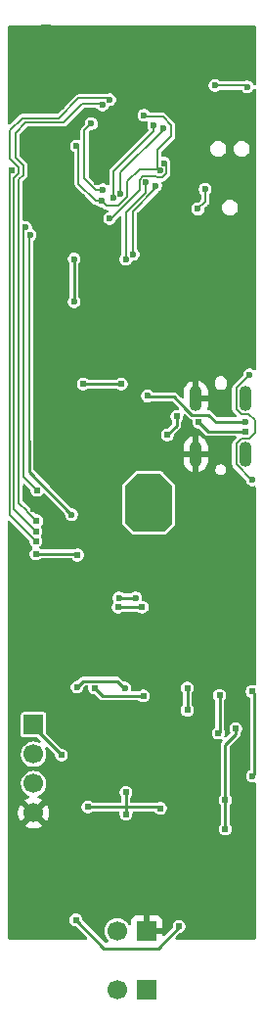
<source format=gbl>
%TF.GenerationSoftware,KiCad,Pcbnew,9.0.3-9.0.3-0~ubuntu24.04.1*%
%TF.CreationDate,2025-08-01T15:49:40+02:00*%
%TF.ProjectId,PHF000 - Node,50484630-3030-4202-9d20-4e6f64652e6b,rev?*%
%TF.SameCoordinates,Original*%
%TF.FileFunction,Copper,L2,Bot*%
%TF.FilePolarity,Positive*%
%FSLAX46Y46*%
G04 Gerber Fmt 4.6, Leading zero omitted, Abs format (unit mm)*
G04 Created by KiCad (PCBNEW 9.0.3-9.0.3-0~ubuntu24.04.1) date 2025-08-01 15:49:40*
%MOMM*%
%LPD*%
G01*
G04 APERTURE LIST*
%TA.AperFunction,ComponentPad*%
%ADD10R,1.700000X1.700000*%
%TD*%
%TA.AperFunction,ComponentPad*%
%ADD11C,1.700000*%
%TD*%
%TA.AperFunction,ComponentPad*%
%ADD12O,1.100000X2.200000*%
%TD*%
%TA.AperFunction,ComponentPad*%
%ADD13R,0.900000X0.600000*%
%TD*%
%TA.AperFunction,ViaPad*%
%ADD14C,0.600000*%
%TD*%
%TA.AperFunction,ViaPad*%
%ADD15C,0.610000*%
%TD*%
%TA.AperFunction,Conductor*%
%ADD16C,0.254000*%
%TD*%
%TA.AperFunction,Conductor*%
%ADD17C,0.250000*%
%TD*%
%TA.AperFunction,Conductor*%
%ADD18C,0.203200*%
%TD*%
%TA.AperFunction,Conductor*%
%ADD19C,0.200000*%
%TD*%
G04 APERTURE END LIST*
D10*
%TO.P,J8,1,Pin_1*%
%TO.N,GND*%
X101275000Y-122599000D03*
D11*
%TO.P,J8,2,Pin_2*%
%TO.N,Net-(J7-Pin_2)*%
X98735000Y-122599000D03*
%TD*%
D12*
%TO.P,J3,S1,SHIELD*%
%TO.N,GND*%
X105550000Y-76272500D03*
%TO.P,J3,S2,SHIELD*%
X109850000Y-76272500D03*
%TO.P,J3,S3,SHIELD*%
X105550000Y-71472500D03*
%TO.P,J3,S4,SHIELD*%
X109850000Y-71472500D03*
%TD*%
D10*
%TO.P,J4,1,Pin_1*%
%TO.N,+BATT*%
X91500000Y-99690000D03*
D11*
%TO.P,J4,2,Pin_2*%
%TO.N,Net-(J4-Pin_2)*%
X91500000Y-102230000D03*
%TO.P,J4,3,Pin_3*%
%TO.N,Net-(J4-Pin_3)*%
X91500000Y-104769999D03*
%TO.P,J4,4,Pin_4*%
%TO.N,GND*%
X91500000Y-107310000D03*
%TD*%
D13*
%TO.P,AE1,2*%
%TO.N,GND*%
X92600000Y-39400000D03*
%TD*%
D10*
%TO.P,J7,1,Pin_1*%
%TO.N,GND*%
X101275000Y-117500000D03*
D11*
%TO.P,J7,2,Pin_2*%
%TO.N,Net-(J7-Pin_2)*%
X98735000Y-117500000D03*
%TD*%
D14*
%TO.N,GND*%
X96700000Y-46900000D03*
D15*
X103900000Y-69400000D03*
D14*
X98100000Y-39700000D03*
D15*
X102300000Y-69500000D03*
X95600000Y-111300000D03*
D14*
X108500000Y-49000000D03*
D15*
X91900000Y-71200000D03*
X91500000Y-81000000D03*
D14*
X109400000Y-46100000D03*
X94600000Y-58000000D03*
D15*
X95500000Y-109500000D03*
X97300000Y-93900000D03*
D14*
X94900000Y-48300000D03*
X95700000Y-54000000D03*
X104500000Y-57500000D03*
X89700000Y-46500000D03*
X104100000Y-58000000D03*
X99100000Y-48300000D03*
D15*
X100300000Y-62600000D03*
X94300000Y-101500000D03*
X101200000Y-101000000D03*
X97800000Y-103300000D03*
X105700000Y-98800000D03*
D14*
X89700000Y-42400000D03*
X110200000Y-43300000D03*
D15*
X91500000Y-80200000D03*
D14*
X90900000Y-48800000D03*
D15*
X107300000Y-79800000D03*
D14*
X91900000Y-43600000D03*
X96150000Y-42950000D03*
X93000000Y-41700000D03*
X104200000Y-43300000D03*
X105200000Y-53900000D03*
D15*
X105900000Y-103200000D03*
D14*
X89700000Y-39600000D03*
D15*
X98100000Y-93900000D03*
X103775000Y-109800000D03*
D14*
X106600000Y-45400000D03*
X108700000Y-39700000D03*
X92500000Y-52200000D03*
D15*
X98900000Y-77300000D03*
X102600000Y-90000000D03*
D14*
X97300000Y-50100000D03*
D15*
X109400000Y-79600000D03*
D14*
X93900000Y-46206927D03*
X99900000Y-45000000D03*
D15*
X97000000Y-61300000D03*
X104000000Y-78000000D03*
X110000000Y-100200000D03*
D14*
X102142500Y-59642500D03*
D15*
X94100000Y-97500000D03*
D14*
X106500000Y-66500000D03*
X92900000Y-45400000D03*
D15*
X103400000Y-90000000D03*
X97000000Y-116500000D03*
D14*
X96995893Y-52704107D03*
X101600000Y-39700000D03*
X105200000Y-39700000D03*
D15*
X96500000Y-93900000D03*
X92000000Y-75300000D03*
X101800000Y-90000000D03*
X107400000Y-110700000D03*
D14*
X97991999Y-71808001D03*
D15*
%TO.N,+VUSB*%
X103092279Y-74611432D03*
X103900000Y-73000000D03*
X95300000Y-85000000D03*
D14*
X106339069Y-53360931D03*
X105728729Y-55071271D03*
D15*
X91700000Y-84900000D03*
%TO.N,+1V8*%
X107500000Y-100400000D03*
D14*
X102428729Y-51771271D03*
D15*
X107600000Y-97146000D03*
X91700000Y-83800000D03*
X96800000Y-96500000D03*
D14*
X95200000Y-49649219D03*
D15*
X89600000Y-51700000D03*
D14*
X97372792Y-54372792D03*
X101057445Y-46957445D03*
D15*
X100998915Y-97180085D03*
D14*
%TO.N,/AI_VBAT*%
X95000000Y-59400000D03*
X95000000Y-63100000D03*
%TO.N,+BATT*%
X99389000Y-96500000D03*
X95270137Y-96429863D03*
D15*
X93900000Y-102300000D03*
X100897000Y-89500000D03*
X98813500Y-89500000D03*
X99100000Y-70200000D03*
X95800000Y-70200000D03*
D14*
%TO.N,/DEC46*%
X96499591Y-47700410D03*
X97500000Y-53400000D03*
%TO.N,/NReset*%
X107200000Y-44400000D03*
X110000000Y-44500000D03*
D15*
%TO.N,/D-*%
X105800000Y-73500000D03*
D14*
X102700000Y-48100000D03*
X99026647Y-53726647D03*
D15*
X109800000Y-74300000D03*
D14*
%TO.N,/D+*%
X98393631Y-54132599D03*
X101899214Y-47847862D03*
D15*
%TO.N,Net-(IC1-A)*%
X108100000Y-106200000D03*
X108100000Y-108700000D03*
X109000000Y-100000000D03*
D14*
%TO.N,/DI_HUM_FREQ*%
X110446000Y-78500000D03*
X110200000Y-69400000D03*
D15*
X104800000Y-96500000D03*
X104800000Y-98421915D03*
D14*
%TO.N,/DO_HUM_EN*%
X100316000Y-88700000D03*
X98884000Y-88700000D03*
X94800000Y-81500000D03*
X91202265Y-57303492D03*
%TO.N,/BTT_Prot_Sink*%
X100500000Y-79100000D03*
X102500000Y-82500000D03*
X100900000Y-82500000D03*
X100900000Y-78500000D03*
X101300000Y-81900000D03*
X102100000Y-81900000D03*
X101300000Y-79100000D03*
X102900000Y-79400000D03*
X102100000Y-79100000D03*
X102900000Y-81600000D03*
X101700000Y-82500000D03*
X100500000Y-81900000D03*
%TO.N,/DO_RED_LED*%
X101219286Y-52783406D03*
X99470299Y-59429097D03*
%TO.N,/DO_GREEN_LED*%
X100100000Y-59000000D03*
X102075264Y-53042320D03*
%TO.N,Net-(J3-CC2)*%
X101347579Y-71243729D03*
X109800000Y-73500000D03*
%TO.N,/VDDH*%
X102800000Y-51100000D03*
X98097972Y-55900000D03*
D15*
%TO.N,/DI_OUT_1*%
X91759415Y-82040585D03*
D14*
X97454309Y-46064040D03*
D15*
%TO.N,/DO_OUT_EN*%
X91700000Y-82940585D03*
D14*
X98080997Y-45619003D03*
%TO.N,/DO_OUT_2*%
X90793000Y-56672612D03*
D15*
X91800000Y-79400000D03*
%TO.N,/collpits_osc/base*%
X95150000Y-116550000D03*
X104100000Y-117100000D03*
%TO.N,/Osc_vcc*%
X96206000Y-106782147D03*
X110400000Y-96800000D03*
X102479000Y-106900000D03*
X99500000Y-107400000D03*
X99500000Y-105500000D03*
D14*
X110446000Y-104100000D03*
%TD*%
D16*
%TO.N,GND*%
X110000000Y-100200000D02*
X110000000Y-99300000D01*
X110000000Y-99300000D02*
X109400000Y-98700000D01*
D17*
%TO.N,+VUSB*%
X103100000Y-74603711D02*
X103100000Y-74600000D01*
X103900000Y-73800000D02*
X103900000Y-73000000D01*
D18*
X106339069Y-54460931D02*
X105728729Y-55071271D01*
D17*
X103092279Y-74611432D02*
X103100000Y-74603711D01*
X95293000Y-84900000D02*
X91700000Y-84900000D01*
X95300000Y-85000000D02*
X95300000Y-84907000D01*
X95300000Y-84907000D02*
X95293000Y-84900000D01*
D18*
X106339069Y-53360931D02*
X106339069Y-54460931D01*
D17*
X103100000Y-74600000D02*
X103900000Y-73800000D01*
D19*
%TO.N,+1V8*%
X97372792Y-54372792D02*
X96872792Y-54372792D01*
X102700374Y-47100374D02*
X103400000Y-47800000D01*
D16*
X97490585Y-97190585D02*
X100890585Y-97190585D01*
D19*
X103400000Y-48800000D02*
X102206940Y-49993060D01*
X100695306Y-51604694D02*
X99600000Y-52700000D01*
X89400000Y-51900000D02*
X89400000Y-81500000D01*
X99600000Y-52700000D02*
X99600000Y-54000000D01*
X97800000Y-54800000D02*
X97372792Y-54372792D01*
X89600000Y-51700000D02*
X89400000Y-51900000D01*
X89400000Y-81500000D02*
X91700000Y-83800000D01*
D16*
X100919915Y-97180085D02*
X100998915Y-97180085D01*
D19*
X95400000Y-49849219D02*
X95200000Y-49649219D01*
X102262153Y-51604694D02*
X100695306Y-51604694D01*
X101057445Y-46957445D02*
X101200374Y-47100374D01*
X103400000Y-47800000D02*
X103400000Y-48800000D01*
D16*
X107600000Y-97146000D02*
X107600000Y-100300000D01*
D19*
X102206940Y-51549481D02*
X102428729Y-51771271D01*
D16*
X107600000Y-100300000D02*
X107500000Y-100400000D01*
D19*
X101200374Y-47100374D02*
X102700374Y-47100374D01*
X96872792Y-54372792D02*
X95400000Y-52900000D01*
X99600000Y-54000000D02*
X98800000Y-54800000D01*
D16*
X100900000Y-97200000D02*
X100919915Y-97180085D01*
D19*
X102428729Y-51771271D02*
X102262153Y-51604694D01*
D16*
X100890585Y-97190585D02*
X100900000Y-97200000D01*
D19*
X102206940Y-49993060D02*
X102206940Y-51549481D01*
X95400000Y-52900000D02*
X95400000Y-49849219D01*
X98800000Y-54800000D02*
X97800000Y-54800000D01*
D16*
X96800000Y-96500000D02*
X97490585Y-97190585D01*
D17*
%TO.N,/AI_VBAT*%
X95000000Y-63100000D02*
X95000000Y-59400000D01*
D16*
%TO.N,+BATT*%
X93900000Y-102300000D02*
X91790000Y-100190000D01*
D17*
X95270137Y-96429863D02*
X95793000Y-95907000D01*
X95793000Y-95907000D02*
X98707000Y-95907000D01*
X98707000Y-95907000D02*
X99389000Y-96589000D01*
X99389000Y-96589000D02*
X99389000Y-96500000D01*
D16*
X100897000Y-89500000D02*
X98813500Y-89500000D01*
X95800000Y-70200000D02*
X99100000Y-70200000D01*
D19*
%TO.N,/DEC46*%
X95900000Y-48300001D02*
X96499591Y-47700410D01*
X96898412Y-53400000D02*
X95900000Y-52401588D01*
X97500000Y-53400000D02*
X96898412Y-53400000D01*
X95900000Y-52401588D02*
X95900000Y-48300001D01*
%TO.N,/NReset*%
X107200000Y-44400000D02*
X109900000Y-44400000D01*
X109900000Y-44400000D02*
X110000000Y-44500000D01*
%TO.N,/D-*%
X99000000Y-53700000D02*
X99026647Y-53726647D01*
X102700000Y-48100000D02*
X102700000Y-48219354D01*
X102700000Y-48219354D02*
X99000000Y-51919354D01*
X99000000Y-51919354D02*
X99000000Y-53700000D01*
D17*
X109800000Y-74300000D02*
X106600000Y-74300000D01*
X106600000Y-74300000D02*
X105800000Y-73500000D01*
D19*
%TO.N,/D+*%
X101899214Y-48300786D02*
X98400000Y-51800000D01*
X101899214Y-47847862D02*
X101899214Y-48300786D01*
X98400000Y-51800000D02*
X98400000Y-54126230D01*
X98400000Y-54126230D02*
X98393631Y-54132599D01*
D16*
%TO.N,Net-(IC1-A)*%
X109000000Y-100500000D02*
X108100000Y-101400000D01*
X108100000Y-101400000D02*
X108100000Y-106200000D01*
X109000000Y-100000000D02*
X109000000Y-100500000D01*
D17*
X108100000Y-108700000D02*
X108100000Y-106200000D01*
D19*
%TO.N,/DI_HUM_FREQ*%
X109037000Y-77159256D02*
X110377744Y-78500000D01*
D16*
X110446000Y-78500000D02*
X110353703Y-78500000D01*
D19*
X109513244Y-72835500D02*
X110064500Y-72835500D01*
X110186756Y-74909500D02*
X109513244Y-74909500D01*
X110377744Y-78500000D02*
X110446000Y-78500000D01*
X109037000Y-70563000D02*
X109037000Y-72359256D01*
X109513244Y-74909500D02*
X109037000Y-75385744D01*
X110645000Y-73345000D02*
X110645000Y-74451256D01*
X110100000Y-72800000D02*
X110645000Y-73345000D01*
D16*
X104800000Y-96500000D02*
X104800000Y-98421915D01*
D19*
X110645000Y-74451256D02*
X110186756Y-74909500D01*
X110200000Y-69400000D02*
X109037000Y-70563000D01*
X110064500Y-72835500D02*
X110100000Y-72800000D01*
X109037000Y-75385744D02*
X109037000Y-77159256D01*
X109037000Y-72359256D02*
X109513244Y-72835500D01*
%TO.N,/DO_HUM_EN*%
X91100000Y-57405757D02*
X91202265Y-57303492D01*
D16*
X91100000Y-77200000D02*
X91100000Y-75100000D01*
D19*
X91100000Y-75100000D02*
X91100000Y-57405757D01*
D16*
X98884000Y-88700000D02*
X100316000Y-88700000D01*
X91100000Y-77800000D02*
X91100000Y-77200000D01*
X94800000Y-81500000D02*
X91100000Y-77800000D01*
D18*
%TO.N,/DO_RED_LED*%
X101161706Y-53681614D02*
X99470299Y-55373021D01*
X99470299Y-55373021D02*
X99470299Y-59429097D01*
X101219286Y-52783406D02*
X101161706Y-52840986D01*
X101161706Y-52840986D02*
X101161706Y-53681614D01*
D19*
%TO.N,/DO_GREEN_LED*%
X102075264Y-53283678D02*
X102075264Y-53042320D01*
X100100000Y-55258942D02*
X102075264Y-53283678D01*
X100100000Y-55300000D02*
X100100000Y-55800000D01*
X100100000Y-55800000D02*
X100100000Y-59000000D01*
X100100000Y-55800000D02*
X100100000Y-55258942D01*
D18*
X102121196Y-53237747D02*
X102121196Y-53096690D01*
D17*
%TO.N,Net-(J3-CC2)*%
X101400000Y-71296151D02*
X101400000Y-71300000D01*
X101347579Y-71243729D02*
X101400000Y-71296151D01*
X107257373Y-73457373D02*
X109757373Y-73457373D01*
X101400000Y-71300000D02*
X103656531Y-71300000D01*
X105202889Y-72860500D02*
X106660500Y-72860500D01*
X103656531Y-71300000D02*
X104712000Y-72355469D01*
X106660500Y-72860500D02*
X107257373Y-73457373D01*
X104712000Y-72369611D02*
X105202889Y-72860500D01*
X104712000Y-72355469D02*
X104712000Y-72369611D01*
X109757373Y-73457373D02*
X109800000Y-73500000D01*
D18*
%TO.N,/VDDH*%
X102993329Y-51293329D02*
X102800000Y-51100000D01*
X100654686Y-53460936D02*
X100654686Y-52549541D01*
X100985421Y-52218806D02*
X102077799Y-52218806D01*
X100654686Y-52549541D02*
X100985421Y-52218806D01*
X102194864Y-52335871D02*
X102662594Y-52335871D01*
X98215622Y-55900000D02*
X100654686Y-53460936D01*
X98097972Y-55900000D02*
X98215622Y-55900000D01*
X102993329Y-52005136D02*
X102993329Y-51293329D01*
X102077799Y-52218806D02*
X102194864Y-52335871D01*
X102662594Y-52335871D02*
X102993329Y-52005136D01*
D19*
%TO.N,/DI_OUT_1*%
X89900000Y-48500000D02*
X89900000Y-50600000D01*
X90920000Y-81201170D02*
X90920000Y-81240244D01*
X97390269Y-46000000D02*
X95700000Y-46000000D01*
X90592000Y-51292000D02*
X90592000Y-52118532D01*
X91298830Y-81580000D02*
X91759415Y-82040585D01*
X90592000Y-52118532D02*
X90214000Y-52496532D01*
X94100000Y-47600000D02*
X90800000Y-47600000D01*
X91259756Y-81580000D02*
X91298830Y-81580000D01*
X89900000Y-50600000D02*
X90592000Y-51292000D01*
X95700000Y-46000000D02*
X94100000Y-47600000D01*
X90800000Y-47600000D02*
X89900000Y-48500000D01*
X90214000Y-80495170D02*
X90920000Y-81201170D01*
X90214000Y-52496532D02*
X90214000Y-80495170D01*
X90920000Y-81240244D02*
X91259756Y-81580000D01*
X97454309Y-46064040D02*
X97390269Y-46000000D01*
%TO.N,/DO_OUT_EN*%
X89807000Y-81047585D02*
X91700000Y-82940585D01*
X90500000Y-47200000D02*
X89400000Y-48300000D01*
X98080997Y-45619003D02*
X97961994Y-45500000D01*
X89400000Y-50672685D02*
X90185000Y-51457685D01*
X90185000Y-51457685D02*
X90185000Y-52015000D01*
X89807000Y-52393000D02*
X89807000Y-81047585D01*
X93700301Y-47200000D02*
X90500000Y-47200000D01*
X90185000Y-52015000D02*
X89807000Y-52393000D01*
X95400301Y-45500000D02*
X93700301Y-47200000D01*
X89400000Y-48300000D02*
X89400000Y-50672685D01*
X97961994Y-45500000D02*
X95400301Y-45500000D01*
%TO.N,/DO_OUT_2*%
X91800000Y-79400000D02*
X90621000Y-78221000D01*
X90621000Y-56844612D02*
X90793000Y-56672612D01*
X90621000Y-78221000D02*
X90621000Y-56844612D01*
D17*
%TO.N,/collpits_osc/base*%
X97600000Y-119000000D02*
X102300000Y-119000000D01*
X104100000Y-117200000D02*
X104100000Y-117100000D01*
X102300000Y-119000000D02*
X104100000Y-117200000D01*
X95150000Y-116550000D02*
X97600000Y-119000000D01*
D16*
%TO.N,/Osc_vcc*%
X99500000Y-106800000D02*
X96223853Y-106800000D01*
X99500000Y-107400000D02*
X99500000Y-106800000D01*
D17*
X99500000Y-105500000D02*
X99500000Y-106800000D01*
D16*
X102379000Y-106800000D02*
X99500000Y-106800000D01*
D17*
X110446000Y-104100000D02*
X110620000Y-103926000D01*
X110620000Y-103926000D02*
X110620000Y-97020000D01*
D16*
X102479000Y-106900000D02*
X102379000Y-106800000D01*
X96223853Y-106800000D02*
X96206000Y-106782147D01*
D17*
X110620000Y-97020000D02*
X110400000Y-96800000D01*
%TD*%
%TA.AperFunction,Conductor*%
%TO.N,/BTT_Prot_Sink*%
G36*
X102515677Y-78019685D02*
G01*
X102536319Y-78036319D01*
X103463681Y-78963681D01*
X103497166Y-79025004D01*
X103500000Y-79051362D01*
X103500000Y-82248638D01*
X103480315Y-82315677D01*
X103463681Y-82336319D01*
X102836319Y-82963681D01*
X102774996Y-82997166D01*
X102748638Y-83000000D01*
X100251362Y-83000000D01*
X100184323Y-82980315D01*
X100163681Y-82963681D01*
X99436319Y-82236319D01*
X99402834Y-82174996D01*
X99400000Y-82148638D01*
X99400000Y-79051362D01*
X99419685Y-78984323D01*
X99436319Y-78963681D01*
X100363681Y-78036319D01*
X100425004Y-78002834D01*
X100451362Y-78000000D01*
X102448638Y-78000000D01*
X102515677Y-78019685D01*
G37*
%TD.AperFunction*%
%TD*%
%TA.AperFunction,Conductor*%
%TO.N,GND*%
G36*
X110688539Y-39219685D02*
G01*
X110734294Y-39272489D01*
X110745500Y-39324000D01*
X110745500Y-44227469D01*
X110725815Y-44294508D01*
X110673011Y-44340263D01*
X110603853Y-44350207D01*
X110540297Y-44321182D01*
X110514113Y-44289470D01*
X110478316Y-44227469D01*
X110440509Y-44161985D01*
X110338015Y-44059491D01*
X110338013Y-44059490D01*
X110338011Y-44059488D01*
X110212488Y-43987017D01*
X110212489Y-43987017D01*
X110201006Y-43983940D01*
X110072475Y-43949500D01*
X109927525Y-43949500D01*
X109787515Y-43987016D01*
X109708063Y-44032887D01*
X109646064Y-44049500D01*
X107679386Y-44049500D01*
X107612347Y-44029815D01*
X107591705Y-44013181D01*
X107538017Y-43959493D01*
X107538011Y-43959488D01*
X107412488Y-43887017D01*
X107412489Y-43887017D01*
X107401006Y-43883940D01*
X107272475Y-43849500D01*
X107127525Y-43849500D01*
X106998993Y-43883940D01*
X106987511Y-43887017D01*
X106861988Y-43959488D01*
X106861982Y-43959493D01*
X106759493Y-44061982D01*
X106759488Y-44061988D01*
X106687017Y-44187511D01*
X106687016Y-44187515D01*
X106649500Y-44327525D01*
X106649500Y-44472475D01*
X106687016Y-44612485D01*
X106687017Y-44612488D01*
X106759488Y-44738011D01*
X106759490Y-44738013D01*
X106759491Y-44738015D01*
X106861985Y-44840509D01*
X106861986Y-44840510D01*
X106861988Y-44840511D01*
X106987511Y-44912982D01*
X106987512Y-44912982D01*
X106987515Y-44912984D01*
X107127525Y-44950500D01*
X107127528Y-44950500D01*
X107272472Y-44950500D01*
X107272475Y-44950500D01*
X107412485Y-44912984D01*
X107538015Y-44840509D01*
X107591705Y-44786819D01*
X107653028Y-44753334D01*
X107679386Y-44750500D01*
X109437373Y-44750500D01*
X109504412Y-44770185D01*
X109544759Y-44812499D01*
X109559491Y-44838015D01*
X109661985Y-44940509D01*
X109661986Y-44940510D01*
X109661988Y-44940511D01*
X109787511Y-45012982D01*
X109787512Y-45012982D01*
X109787515Y-45012984D01*
X109927525Y-45050500D01*
X109927528Y-45050500D01*
X110072472Y-45050500D01*
X110072475Y-45050500D01*
X110212485Y-45012984D01*
X110338015Y-44940509D01*
X110440509Y-44838015D01*
X110512984Y-44712485D01*
X110512983Y-44712485D01*
X110514113Y-44710530D01*
X110564680Y-44662314D01*
X110633287Y-44649092D01*
X110698152Y-44675060D01*
X110738680Y-44731974D01*
X110745500Y-44772530D01*
X110745500Y-68867614D01*
X110725815Y-68934653D01*
X110673011Y-68980408D01*
X110603853Y-68990352D01*
X110545148Y-68963542D01*
X110544461Y-68964438D01*
X110540568Y-68961450D01*
X110540297Y-68961327D01*
X110539782Y-68960848D01*
X110538011Y-68959488D01*
X110412488Y-68887017D01*
X110412489Y-68887017D01*
X110401006Y-68883940D01*
X110272475Y-68849500D01*
X110127525Y-68849500D01*
X109998993Y-68883940D01*
X109987511Y-68887017D01*
X109861988Y-68959488D01*
X109861982Y-68959493D01*
X109759493Y-69061982D01*
X109759488Y-69061988D01*
X109687017Y-69187511D01*
X109687016Y-69187515D01*
X109649500Y-69327525D01*
X109649500Y-69327527D01*
X109649500Y-69403456D01*
X109629815Y-69470495D01*
X109613181Y-69491137D01*
X108756532Y-70347785D01*
X108756528Y-70347791D01*
X108722643Y-70406482D01*
X108710387Y-70427709D01*
X108710386Y-70427712D01*
X108686500Y-70516856D01*
X108686500Y-72405400D01*
X108696977Y-72444500D01*
X108710387Y-72494546D01*
X108756527Y-72574464D01*
X108756531Y-72574469D01*
X109052254Y-72870192D01*
X109085739Y-72931515D01*
X109080755Y-73001207D01*
X109038883Y-73057140D01*
X108973419Y-73081557D01*
X108964573Y-73081873D01*
X107464272Y-73081873D01*
X107397233Y-73062188D01*
X107376591Y-73045554D01*
X106891063Y-72560026D01*
X106891062Y-72560025D01*
X106805438Y-72510590D01*
X106805437Y-72510589D01*
X106805433Y-72510588D01*
X106745555Y-72494543D01*
X106745555Y-72494544D01*
X106709936Y-72485000D01*
X106709935Y-72485000D01*
X106679454Y-72485000D01*
X106612415Y-72465315D01*
X106566660Y-72412511D01*
X106556716Y-72343353D01*
X106558621Y-72334780D01*
X106558462Y-72334749D01*
X106599999Y-72125920D01*
X106600000Y-72125917D01*
X106600000Y-71722500D01*
X105824242Y-71722500D01*
X105829556Y-71713296D01*
X105850000Y-71636996D01*
X105850000Y-71308004D01*
X105829556Y-71231704D01*
X105824242Y-71222500D01*
X106600000Y-71222500D01*
X106600000Y-70819083D01*
X106599999Y-70819079D01*
X106559651Y-70616233D01*
X106559649Y-70616225D01*
X106480499Y-70425141D01*
X106480494Y-70425131D01*
X106365589Y-70253164D01*
X106365586Y-70253160D01*
X106219339Y-70106913D01*
X106219335Y-70106910D01*
X106150129Y-70060668D01*
X106047368Y-69992005D01*
X106047358Y-69992000D01*
X105981026Y-69964524D01*
X107185500Y-69964524D01*
X107185500Y-70280475D01*
X107211298Y-70393504D01*
X107261600Y-70497958D01*
X107261603Y-70497963D01*
X107333891Y-70588609D01*
X107424537Y-70660897D01*
X107424540Y-70660898D01*
X107424541Y-70660899D01*
X107528996Y-70711201D01*
X107528994Y-70711201D01*
X107642024Y-70736999D01*
X107642027Y-70736999D01*
X107642030Y-70737000D01*
X107642032Y-70737000D01*
X107757968Y-70737000D01*
X107757970Y-70737000D01*
X107757973Y-70736999D01*
X107757975Y-70736999D01*
X107871004Y-70711201D01*
X107908324Y-70693229D01*
X107975463Y-70660897D01*
X108066109Y-70588609D01*
X108138397Y-70497963D01*
X108188701Y-70393504D01*
X108214500Y-70280470D01*
X108214500Y-70222500D01*
X108214500Y-70177625D01*
X108214500Y-69971877D01*
X108214500Y-69964530D01*
X108202704Y-69912849D01*
X108188701Y-69851495D01*
X108138399Y-69747041D01*
X108138396Y-69747036D01*
X108131202Y-69738015D01*
X108066109Y-69656391D01*
X107975463Y-69584103D01*
X107975458Y-69584100D01*
X107871003Y-69533798D01*
X107871005Y-69533798D01*
X107757975Y-69508000D01*
X107757970Y-69508000D01*
X107744875Y-69508000D01*
X107700000Y-69508000D01*
X107642030Y-69508000D01*
X107642024Y-69508000D01*
X107528995Y-69533798D01*
X107424541Y-69584100D01*
X107424536Y-69584103D01*
X107333891Y-69656391D01*
X107261603Y-69747036D01*
X107261600Y-69747041D01*
X107211298Y-69851495D01*
X107185500Y-69964524D01*
X105981026Y-69964524D01*
X105856272Y-69912849D01*
X105856267Y-69912847D01*
X105800000Y-69901655D01*
X105800000Y-71180511D01*
X105790060Y-71163295D01*
X105734205Y-71107440D01*
X105665796Y-71067944D01*
X105589496Y-71047500D01*
X105510504Y-71047500D01*
X105434204Y-71067944D01*
X105365795Y-71107440D01*
X105309940Y-71163295D01*
X105300000Y-71180511D01*
X105300000Y-69901656D01*
X105299999Y-69901655D01*
X105243732Y-69912847D01*
X105243727Y-69912849D01*
X105052641Y-69992000D01*
X105052631Y-69992005D01*
X104880664Y-70106910D01*
X104880660Y-70106913D01*
X104734413Y-70253160D01*
X104734410Y-70253164D01*
X104619505Y-70425131D01*
X104619500Y-70425141D01*
X104540350Y-70616225D01*
X104540348Y-70616233D01*
X104500000Y-70819079D01*
X104500000Y-71313070D01*
X104480315Y-71380109D01*
X104427511Y-71425864D01*
X104358353Y-71435808D01*
X104294797Y-71406783D01*
X104288319Y-71400751D01*
X103887094Y-70999526D01*
X103887093Y-70999525D01*
X103801469Y-70950090D01*
X103753717Y-70937295D01*
X103753715Y-70937294D01*
X103753713Y-70937293D01*
X103705967Y-70924500D01*
X103705966Y-70924500D01*
X101858236Y-70924500D01*
X101791197Y-70904815D01*
X101770555Y-70888181D01*
X101685596Y-70803222D01*
X101685590Y-70803217D01*
X101560067Y-70730746D01*
X101560068Y-70730746D01*
X101548585Y-70727669D01*
X101420054Y-70693229D01*
X101275104Y-70693229D01*
X101146572Y-70727669D01*
X101135090Y-70730746D01*
X101009567Y-70803217D01*
X101009561Y-70803222D01*
X100907072Y-70905711D01*
X100907067Y-70905717D01*
X100834596Y-71031240D01*
X100834595Y-71031244D01*
X100797079Y-71171254D01*
X100797079Y-71316204D01*
X100819734Y-71400751D01*
X100834596Y-71456217D01*
X100907067Y-71581740D01*
X100907069Y-71581742D01*
X100907070Y-71581744D01*
X101009564Y-71684238D01*
X101009565Y-71684239D01*
X101009567Y-71684240D01*
X101135090Y-71756711D01*
X101135091Y-71756711D01*
X101135094Y-71756713D01*
X101275104Y-71794229D01*
X101275107Y-71794229D01*
X101420051Y-71794229D01*
X101420054Y-71794229D01*
X101560064Y-71756713D01*
X101671955Y-71692112D01*
X101733954Y-71675500D01*
X103449632Y-71675500D01*
X103516671Y-71695185D01*
X103537313Y-71711819D01*
X104058313Y-72232819D01*
X104091798Y-72294142D01*
X104086814Y-72363834D01*
X104044942Y-72419767D01*
X103979478Y-72444184D01*
X103970632Y-72444500D01*
X103826867Y-72444500D01*
X103719065Y-72473386D01*
X103685581Y-72482358D01*
X103558918Y-72555488D01*
X103558912Y-72555492D01*
X103455492Y-72658912D01*
X103455488Y-72658918D01*
X103382358Y-72785581D01*
X103382357Y-72785585D01*
X103344500Y-72926867D01*
X103344500Y-72926869D01*
X103344500Y-73073130D01*
X103344499Y-73073130D01*
X103382358Y-73214418D01*
X103405070Y-73253755D01*
X103455490Y-73341085D01*
X103455492Y-73341087D01*
X103488181Y-73373776D01*
X103502884Y-73400703D01*
X103519477Y-73426522D01*
X103520368Y-73432722D01*
X103521666Y-73435099D01*
X103524500Y-73461457D01*
X103524500Y-73593100D01*
X103504815Y-73660139D01*
X103488181Y-73680781D01*
X103149350Y-74019613D01*
X103088027Y-74053098D01*
X103061669Y-74055932D01*
X103019146Y-74055932D01*
X102889447Y-74090685D01*
X102877860Y-74093790D01*
X102751197Y-74166920D01*
X102751191Y-74166924D01*
X102647771Y-74270344D01*
X102647767Y-74270350D01*
X102574637Y-74397013D01*
X102574636Y-74397017D01*
X102536779Y-74538299D01*
X102536779Y-74538301D01*
X102536779Y-74684562D01*
X102536778Y-74684562D01*
X102574637Y-74825850D01*
X102626041Y-74914883D01*
X102647769Y-74952517D01*
X102751194Y-75055942D01*
X102840230Y-75107347D01*
X102877860Y-75129073D01*
X102877861Y-75129073D01*
X102877864Y-75129075D01*
X103019146Y-75166932D01*
X103019149Y-75166932D01*
X103165409Y-75166932D01*
X103165412Y-75166932D01*
X103306694Y-75129075D01*
X103433364Y-75055942D01*
X103536789Y-74952517D01*
X103609922Y-74825847D01*
X103647779Y-74684565D01*
X103647779Y-74634620D01*
X103667464Y-74567581D01*
X103684098Y-74546939D01*
X103834024Y-74397013D01*
X104200475Y-74030563D01*
X104246935Y-73950090D01*
X104249910Y-73944938D01*
X104273878Y-73855490D01*
X104275500Y-73849436D01*
X104275500Y-73750564D01*
X104275500Y-73461457D01*
X104295185Y-73394418D01*
X104311819Y-73373776D01*
X104316151Y-73369444D01*
X104344510Y-73341085D01*
X104417643Y-73214415D01*
X104455500Y-73073133D01*
X104455500Y-72943510D01*
X104475185Y-72876471D01*
X104527989Y-72830716D01*
X104597147Y-72820772D01*
X104660703Y-72849797D01*
X104667174Y-72855822D01*
X104972326Y-73160975D01*
X105004448Y-73179520D01*
X105057951Y-73210410D01*
X105105702Y-73223205D01*
X105153453Y-73236000D01*
X105153454Y-73236000D01*
X105160660Y-73236000D01*
X105177790Y-73242394D01*
X105194930Y-73255231D01*
X105214512Y-73263895D01*
X105222336Y-73275758D01*
X105233713Y-73284279D01*
X105241191Y-73304346D01*
X105252981Y-73322221D01*
X105253238Y-73336671D01*
X105258113Y-73349750D01*
X105253823Y-73369444D01*
X105254202Y-73390657D01*
X105244500Y-73426864D01*
X105244500Y-73573130D01*
X105244499Y-73573130D01*
X105244500Y-73573133D01*
X105281929Y-73712819D01*
X105282358Y-73714418D01*
X105307433Y-73757848D01*
X105355490Y-73841085D01*
X105458915Y-73944510D01*
X105547951Y-73995915D01*
X105585581Y-74017641D01*
X105585582Y-74017641D01*
X105585585Y-74017643D01*
X105726867Y-74055500D01*
X105773101Y-74055500D01*
X105840140Y-74075185D01*
X105860781Y-74091818D01*
X106369437Y-74600475D01*
X106404088Y-74620480D01*
X106455062Y-74649910D01*
X106467143Y-74653147D01*
X106550564Y-74675500D01*
X106550565Y-74675500D01*
X108952200Y-74675500D01*
X109019239Y-74695185D01*
X109064994Y-74747989D01*
X109074938Y-74817147D01*
X109045913Y-74880703D01*
X109039881Y-74887181D01*
X108756531Y-75170530D01*
X108756527Y-75170535D01*
X108710387Y-75250453D01*
X108710386Y-75250456D01*
X108686500Y-75339600D01*
X108686500Y-77205401D01*
X108698369Y-77249699D01*
X108698370Y-77249699D01*
X108710386Y-77294545D01*
X108710387Y-77294546D01*
X108756527Y-77374464D01*
X108756531Y-77374469D01*
X109859181Y-78477118D01*
X109892666Y-78538441D01*
X109895500Y-78564799D01*
X109895500Y-78572475D01*
X109933016Y-78712485D01*
X109933017Y-78712488D01*
X110005488Y-78838011D01*
X110005490Y-78838013D01*
X110005491Y-78838015D01*
X110107985Y-78940509D01*
X110107986Y-78940510D01*
X110107988Y-78940511D01*
X110233511Y-79012982D01*
X110233512Y-79012982D01*
X110233515Y-79012984D01*
X110373525Y-79050500D01*
X110373528Y-79050500D01*
X110518472Y-79050500D01*
X110518475Y-79050500D01*
X110589409Y-79031493D01*
X110659256Y-79033156D01*
X110717118Y-79072318D01*
X110744623Y-79136546D01*
X110745500Y-79151268D01*
X110745500Y-96155881D01*
X110725815Y-96222920D01*
X110673011Y-96268675D01*
X110603853Y-96278619D01*
X110589409Y-96275656D01*
X110473133Y-96244500D01*
X110326867Y-96244500D01*
X110210593Y-96275656D01*
X110185581Y-96282358D01*
X110058918Y-96355488D01*
X110058912Y-96355492D01*
X109955492Y-96458912D01*
X109955488Y-96458918D01*
X109882358Y-96585581D01*
X109882357Y-96585585D01*
X109844500Y-96726867D01*
X109844500Y-96726869D01*
X109844500Y-96873130D01*
X109844499Y-96873130D01*
X109882358Y-97014418D01*
X109927046Y-97091819D01*
X109955490Y-97141085D01*
X110058915Y-97244510D01*
X110182501Y-97315862D01*
X110230715Y-97366427D01*
X110244500Y-97423248D01*
X110244500Y-103509082D01*
X110224815Y-103576121D01*
X110182501Y-103616469D01*
X110107985Y-103659491D01*
X110107982Y-103659493D01*
X110005493Y-103761982D01*
X110005488Y-103761988D01*
X109933017Y-103887511D01*
X109933016Y-103887515D01*
X109895500Y-104027525D01*
X109895500Y-104172475D01*
X109933016Y-104312485D01*
X109933017Y-104312488D01*
X110005488Y-104438011D01*
X110005490Y-104438013D01*
X110005491Y-104438015D01*
X110107985Y-104540509D01*
X110107986Y-104540510D01*
X110107988Y-104540511D01*
X110233511Y-104612982D01*
X110233512Y-104612982D01*
X110233515Y-104612984D01*
X110373525Y-104650500D01*
X110373528Y-104650500D01*
X110518472Y-104650500D01*
X110518475Y-104650500D01*
X110589409Y-104631493D01*
X110659256Y-104633156D01*
X110717118Y-104672318D01*
X110744623Y-104736546D01*
X110745500Y-104751268D01*
X110745500Y-118121500D01*
X110725815Y-118188539D01*
X110673011Y-118234294D01*
X110621500Y-118245500D01*
X103884899Y-118245500D01*
X103817860Y-118225815D01*
X103772105Y-118173011D01*
X103762161Y-118103853D01*
X103791186Y-118040297D01*
X103797218Y-118033819D01*
X104024029Y-117807007D01*
X104152923Y-117678112D01*
X104208506Y-117646021D01*
X104314415Y-117617643D01*
X104441085Y-117544510D01*
X104544510Y-117441085D01*
X104617643Y-117314415D01*
X104655500Y-117173133D01*
X104655500Y-117026867D01*
X104617643Y-116885585D01*
X104544510Y-116758915D01*
X104441085Y-116655490D01*
X104348736Y-116602172D01*
X104314418Y-116582358D01*
X104314419Y-116582358D01*
X104302831Y-116579253D01*
X104173133Y-116544500D01*
X104026867Y-116544500D01*
X103897168Y-116579253D01*
X103885581Y-116582358D01*
X103758918Y-116655488D01*
X103758912Y-116655492D01*
X103655492Y-116758912D01*
X103655488Y-116758918D01*
X103582358Y-116885581D01*
X103582357Y-116885585D01*
X103544500Y-117026867D01*
X103544500Y-117026869D01*
X103544500Y-117173100D01*
X103524815Y-117240139D01*
X103508181Y-117260781D01*
X102836681Y-117932281D01*
X102775358Y-117965766D01*
X102705666Y-117960782D01*
X102649733Y-117918910D01*
X102625316Y-117853446D01*
X102625000Y-117844600D01*
X102625000Y-117750000D01*
X101708012Y-117750000D01*
X101740925Y-117692993D01*
X101775000Y-117565826D01*
X101775000Y-117434174D01*
X101740925Y-117307007D01*
X101708012Y-117250000D01*
X102625000Y-117250000D01*
X102625000Y-116602172D01*
X102624999Y-116602155D01*
X102618598Y-116542627D01*
X102618596Y-116542620D01*
X102568354Y-116407913D01*
X102568350Y-116407906D01*
X102482190Y-116292812D01*
X102482187Y-116292809D01*
X102367093Y-116206649D01*
X102367086Y-116206645D01*
X102232379Y-116156403D01*
X102232372Y-116156401D01*
X102172844Y-116150000D01*
X101525000Y-116150000D01*
X101525000Y-117066988D01*
X101467993Y-117034075D01*
X101340826Y-117000000D01*
X101209174Y-117000000D01*
X101082007Y-117034075D01*
X101025000Y-117066988D01*
X101025000Y-116150000D01*
X100377155Y-116150000D01*
X100317627Y-116156401D01*
X100317620Y-116156403D01*
X100182913Y-116206645D01*
X100182906Y-116206649D01*
X100067812Y-116292809D01*
X100067809Y-116292812D01*
X99981649Y-116407906D01*
X99981645Y-116407913D01*
X99931403Y-116542620D01*
X99931401Y-116542627D01*
X99925000Y-116602155D01*
X99925000Y-116894949D01*
X99905315Y-116961988D01*
X99852511Y-117007743D01*
X99783353Y-117017687D01*
X99719797Y-116988662D01*
X99690515Y-116951244D01*
X99676231Y-116923211D01*
X99574414Y-116783072D01*
X99451928Y-116660586D01*
X99311788Y-116558768D01*
X99157445Y-116480127D01*
X98992701Y-116426598D01*
X98992699Y-116426597D01*
X98992698Y-116426597D01*
X98861271Y-116405781D01*
X98821611Y-116399500D01*
X98648389Y-116399500D01*
X98608728Y-116405781D01*
X98477302Y-116426597D01*
X98312552Y-116480128D01*
X98158211Y-116558768D01*
X98086621Y-116610782D01*
X98018072Y-116660586D01*
X98018070Y-116660588D01*
X98018069Y-116660588D01*
X97895588Y-116783069D01*
X97895588Y-116783070D01*
X97895586Y-116783072D01*
X97851859Y-116843256D01*
X97793768Y-116923211D01*
X97715128Y-117077552D01*
X97661597Y-117242302D01*
X97651349Y-117307007D01*
X97634500Y-117413389D01*
X97634500Y-117586611D01*
X97661598Y-117757701D01*
X97713978Y-117918910D01*
X97715128Y-117922447D01*
X97737200Y-117965766D01*
X97793768Y-118076788D01*
X97895586Y-118216928D01*
X97895588Y-118216930D01*
X97966977Y-118288319D01*
X97977589Y-118307755D01*
X97992090Y-118324489D01*
X97994006Y-118337820D01*
X98000462Y-118349642D01*
X97998882Y-118371728D01*
X98002034Y-118393647D01*
X97996438Y-118405898D01*
X97995478Y-118419334D01*
X97982207Y-118437060D01*
X97973009Y-118457203D01*
X97961677Y-118464485D01*
X97953606Y-118475267D01*
X97932860Y-118483004D01*
X97914231Y-118494977D01*
X97892312Y-118498128D01*
X97888142Y-118499684D01*
X97879296Y-118500000D01*
X97682399Y-118500000D01*
X97615360Y-118480315D01*
X97594718Y-118463681D01*
X95741819Y-116610782D01*
X95708334Y-116549459D01*
X95705500Y-116523101D01*
X95705500Y-116476869D01*
X95705500Y-116476867D01*
X95667643Y-116335585D01*
X95594510Y-116208915D01*
X95491085Y-116105490D01*
X95453451Y-116083762D01*
X95364418Y-116032358D01*
X95364419Y-116032358D01*
X95352831Y-116029253D01*
X95223133Y-115994500D01*
X95076867Y-115994500D01*
X94947168Y-116029253D01*
X94935581Y-116032358D01*
X94808918Y-116105488D01*
X94808912Y-116105492D01*
X94705492Y-116208912D01*
X94705488Y-116208918D01*
X94632358Y-116335581D01*
X94632357Y-116335585D01*
X94594500Y-116476867D01*
X94594500Y-116476869D01*
X94594500Y-116623130D01*
X94594499Y-116623130D01*
X94594500Y-116623133D01*
X94630882Y-116758912D01*
X94632358Y-116764418D01*
X94683762Y-116853451D01*
X94705490Y-116891085D01*
X94808915Y-116994510D01*
X94877444Y-117034075D01*
X94935581Y-117067641D01*
X94935582Y-117067641D01*
X94935585Y-117067643D01*
X95076867Y-117105500D01*
X95123101Y-117105500D01*
X95190140Y-117125185D01*
X95210782Y-117141819D01*
X96102782Y-118033819D01*
X96136267Y-118095142D01*
X96131283Y-118164834D01*
X96089411Y-118220767D01*
X96023947Y-118245184D01*
X96015101Y-118245500D01*
X89378500Y-118245500D01*
X89311461Y-118225815D01*
X89265706Y-118173011D01*
X89254500Y-118121500D01*
X89254500Y-107203753D01*
X90150000Y-107203753D01*
X90150000Y-107416246D01*
X90183242Y-107626127D01*
X90183242Y-107626130D01*
X90248904Y-107828217D01*
X90345375Y-108017550D01*
X90384728Y-108071716D01*
X91017037Y-107439408D01*
X91034075Y-107502993D01*
X91099901Y-107617007D01*
X91192993Y-107710099D01*
X91307007Y-107775925D01*
X91370590Y-107792962D01*
X90738282Y-108425269D01*
X90738282Y-108425270D01*
X90792449Y-108464624D01*
X90981782Y-108561095D01*
X91183870Y-108626757D01*
X91393754Y-108660000D01*
X91606246Y-108660000D01*
X91816127Y-108626757D01*
X91816130Y-108626757D01*
X92018217Y-108561095D01*
X92207554Y-108464622D01*
X92261716Y-108425270D01*
X92261717Y-108425270D01*
X91629408Y-107792962D01*
X91692993Y-107775925D01*
X91807007Y-107710099D01*
X91900099Y-107617007D01*
X91965925Y-107502993D01*
X91982962Y-107439408D01*
X92615270Y-108071717D01*
X92615270Y-108071716D01*
X92654622Y-108017554D01*
X92751095Y-107828217D01*
X92816757Y-107626130D01*
X92816757Y-107626127D01*
X92850000Y-107416246D01*
X92850000Y-107203753D01*
X92816757Y-106993872D01*
X92816757Y-106993869D01*
X92771726Y-106855277D01*
X95650499Y-106855277D01*
X95650500Y-106855280D01*
X95687635Y-106993869D01*
X95688358Y-106996565D01*
X95739762Y-107085598D01*
X95761490Y-107123232D01*
X95864915Y-107226657D01*
X95929122Y-107263727D01*
X95991581Y-107299788D01*
X95991582Y-107299788D01*
X95991585Y-107299790D01*
X96132867Y-107337647D01*
X96132870Y-107337647D01*
X96279130Y-107337647D01*
X96279133Y-107337647D01*
X96420415Y-107299790D01*
X96547085Y-107226657D01*
X96559923Y-107213819D01*
X96621246Y-107180334D01*
X96647604Y-107177500D01*
X98822923Y-107177500D01*
X98889962Y-107197185D01*
X98935717Y-107249989D01*
X98945661Y-107319147D01*
X98945258Y-107321110D01*
X98944500Y-107326869D01*
X98944500Y-107473130D01*
X98944499Y-107473130D01*
X98982358Y-107614418D01*
X99010727Y-107663554D01*
X99055490Y-107741085D01*
X99158915Y-107844510D01*
X99247951Y-107895915D01*
X99285581Y-107917641D01*
X99285582Y-107917641D01*
X99285585Y-107917643D01*
X99426867Y-107955500D01*
X99426870Y-107955500D01*
X99573130Y-107955500D01*
X99573133Y-107955500D01*
X99714415Y-107917643D01*
X99841085Y-107844510D01*
X99944510Y-107741085D01*
X100017643Y-107614415D01*
X100055500Y-107473133D01*
X100055500Y-107326867D01*
X100055499Y-107326865D01*
X100054439Y-107318812D01*
X100057661Y-107318387D01*
X100058970Y-107263727D01*
X100098141Y-107205870D01*
X100162374Y-107178375D01*
X100177077Y-107177500D01*
X101926188Y-107177500D01*
X101993227Y-107197185D01*
X102029192Y-107234904D01*
X102029542Y-107234636D01*
X102032035Y-107237885D01*
X102033574Y-107239499D01*
X102034490Y-107241085D01*
X102137915Y-107344510D01*
X102192156Y-107375826D01*
X102264581Y-107417641D01*
X102264582Y-107417641D01*
X102264585Y-107417643D01*
X102405867Y-107455500D01*
X102405870Y-107455500D01*
X102552130Y-107455500D01*
X102552133Y-107455500D01*
X102693415Y-107417643D01*
X102820085Y-107344510D01*
X102923510Y-107241085D01*
X102996643Y-107114415D01*
X103034500Y-106973133D01*
X103034500Y-106826867D01*
X102996643Y-106685585D01*
X102923510Y-106558915D01*
X102820085Y-106455490D01*
X102762945Y-106422500D01*
X102693418Y-106382358D01*
X102693419Y-106382358D01*
X102681831Y-106379253D01*
X102552133Y-106344500D01*
X102405867Y-106344500D01*
X102327350Y-106365539D01*
X102264583Y-106382357D01*
X102264582Y-106382358D01*
X102223830Y-106405887D01*
X102161830Y-106422500D01*
X99999500Y-106422500D01*
X99932461Y-106402815D01*
X99886706Y-106350011D01*
X99875500Y-106298500D01*
X99875500Y-105961457D01*
X99895185Y-105894418D01*
X99911819Y-105873776D01*
X99926683Y-105858912D01*
X99944510Y-105841085D01*
X100017643Y-105714415D01*
X100055500Y-105573133D01*
X100055500Y-105426867D01*
X100017643Y-105285585D01*
X99944510Y-105158915D01*
X99841085Y-105055490D01*
X99792951Y-105027700D01*
X99714418Y-104982358D01*
X99714419Y-104982358D01*
X99702831Y-104979253D01*
X99573133Y-104944500D01*
X99426867Y-104944500D01*
X99297168Y-104979253D01*
X99285581Y-104982358D01*
X99158918Y-105055488D01*
X99158912Y-105055492D01*
X99055492Y-105158912D01*
X99055488Y-105158918D01*
X98982358Y-105285581D01*
X98982357Y-105285585D01*
X98944500Y-105426867D01*
X98944500Y-105426869D01*
X98944500Y-105573130D01*
X98944499Y-105573130D01*
X98982358Y-105714418D01*
X99027031Y-105791792D01*
X99055490Y-105841085D01*
X99055492Y-105841087D01*
X99088181Y-105873776D01*
X99121666Y-105935099D01*
X99124500Y-105961457D01*
X99124500Y-106298500D01*
X99104815Y-106365539D01*
X99052011Y-106411294D01*
X99000500Y-106422500D01*
X96683310Y-106422500D01*
X96616271Y-106402815D01*
X96595629Y-106386181D01*
X96547087Y-106337639D01*
X96547085Y-106337637D01*
X96479298Y-106298500D01*
X96420418Y-106264505D01*
X96420419Y-106264505D01*
X96408831Y-106261400D01*
X96279133Y-106226647D01*
X96132867Y-106226647D01*
X96003168Y-106261400D01*
X95991581Y-106264505D01*
X95864918Y-106337635D01*
X95864912Y-106337639D01*
X95761492Y-106441059D01*
X95761488Y-106441065D01*
X95688358Y-106567728D01*
X95688357Y-106567732D01*
X95650500Y-106709014D01*
X95650500Y-106709016D01*
X95650500Y-106855277D01*
X95650499Y-106855277D01*
X92771726Y-106855277D01*
X92751095Y-106791782D01*
X92733465Y-106757181D01*
X92654624Y-106602449D01*
X92615270Y-106548282D01*
X92615269Y-106548282D01*
X91982962Y-107180590D01*
X91965925Y-107117007D01*
X91900099Y-107002993D01*
X91807007Y-106909901D01*
X91692993Y-106844075D01*
X91629409Y-106827037D01*
X92261716Y-106194728D01*
X92207550Y-106155375D01*
X92018217Y-106058904D01*
X91919286Y-106026760D01*
X91861611Y-105987323D01*
X91834412Y-105922964D01*
X91846326Y-105854118D01*
X91893570Y-105802642D01*
X91919287Y-105790898D01*
X91922445Y-105789872D01*
X92076788Y-105711231D01*
X92216928Y-105609413D01*
X92339414Y-105486927D01*
X92441232Y-105346787D01*
X92519873Y-105192444D01*
X92573402Y-105027700D01*
X92600500Y-104856610D01*
X92600500Y-104683388D01*
X92573402Y-104512298D01*
X92519873Y-104347554D01*
X92441232Y-104193211D01*
X92339414Y-104053071D01*
X92216928Y-103930585D01*
X92076788Y-103828767D01*
X91922445Y-103750126D01*
X91757701Y-103696597D01*
X91757699Y-103696596D01*
X91757698Y-103696596D01*
X91626271Y-103675780D01*
X91586611Y-103669499D01*
X91413389Y-103669499D01*
X91373728Y-103675780D01*
X91242302Y-103696596D01*
X91077552Y-103750127D01*
X90923211Y-103828767D01*
X90843256Y-103886858D01*
X90783072Y-103930585D01*
X90783070Y-103930587D01*
X90783069Y-103930587D01*
X90660588Y-104053068D01*
X90660588Y-104053069D01*
X90660586Y-104053071D01*
X90616859Y-104113255D01*
X90558768Y-104193210D01*
X90480128Y-104347551D01*
X90426597Y-104512301D01*
X90399500Y-104683388D01*
X90399500Y-104856609D01*
X90419416Y-104982358D01*
X90426598Y-105027700D01*
X90480127Y-105192444D01*
X90558768Y-105346787D01*
X90660586Y-105486927D01*
X90783072Y-105609413D01*
X90923212Y-105711231D01*
X91077555Y-105789872D01*
X91080713Y-105790898D01*
X91080716Y-105790899D01*
X91081763Y-105791615D01*
X91082048Y-105791733D01*
X91082023Y-105791792D01*
X91138391Y-105830338D01*
X91165587Y-105894697D01*
X91153671Y-105963543D01*
X91106426Y-106015018D01*
X91080713Y-106026760D01*
X90981783Y-106058904D01*
X90792439Y-106155380D01*
X90738282Y-106194727D01*
X90738282Y-106194728D01*
X91370591Y-106827037D01*
X91307007Y-106844075D01*
X91192993Y-106909901D01*
X91099901Y-107002993D01*
X91034075Y-107117007D01*
X91017037Y-107180591D01*
X90384728Y-106548282D01*
X90384727Y-106548282D01*
X90345380Y-106602439D01*
X90248904Y-106791782D01*
X90183242Y-106993869D01*
X90183242Y-106993872D01*
X90150000Y-107203753D01*
X89254500Y-107203753D01*
X89254500Y-98815321D01*
X90399500Y-98815321D01*
X90399500Y-100564678D01*
X90414032Y-100637735D01*
X90414033Y-100637739D01*
X90428808Y-100659851D01*
X90469399Y-100720601D01*
X90546950Y-100772418D01*
X90552260Y-100775966D01*
X90552264Y-100775967D01*
X90625321Y-100790499D01*
X90625324Y-100790500D01*
X90625326Y-100790500D01*
X91805273Y-100790500D01*
X91872312Y-100810185D01*
X91892954Y-100826819D01*
X92090224Y-101024089D01*
X92123709Y-101085412D01*
X92118725Y-101155104D01*
X92076853Y-101211037D01*
X92011389Y-101235454D01*
X91946248Y-101222255D01*
X91922447Y-101210128D01*
X91922446Y-101210127D01*
X91922445Y-101210127D01*
X91757701Y-101156598D01*
X91757699Y-101156597D01*
X91757698Y-101156597D01*
X91626271Y-101135781D01*
X91586611Y-101129500D01*
X91413389Y-101129500D01*
X91373728Y-101135781D01*
X91242302Y-101156597D01*
X91077552Y-101210128D01*
X90923211Y-101288768D01*
X90843256Y-101346859D01*
X90783072Y-101390586D01*
X90783070Y-101390588D01*
X90783069Y-101390588D01*
X90660588Y-101513069D01*
X90660588Y-101513070D01*
X90660586Y-101513072D01*
X90640522Y-101540688D01*
X90558768Y-101653211D01*
X90480128Y-101807552D01*
X90480127Y-101807554D01*
X90480127Y-101807555D01*
X90464552Y-101855490D01*
X90426597Y-101972302D01*
X90408656Y-102085581D01*
X90399500Y-102143389D01*
X90399500Y-102316611D01*
X90426598Y-102487701D01*
X90480127Y-102652445D01*
X90558768Y-102806788D01*
X90660586Y-102946928D01*
X90783072Y-103069414D01*
X90923212Y-103171232D01*
X91077555Y-103249873D01*
X91242299Y-103303402D01*
X91413389Y-103330500D01*
X91413390Y-103330500D01*
X91586610Y-103330500D01*
X91586611Y-103330500D01*
X91757701Y-103303402D01*
X91922445Y-103249873D01*
X92076788Y-103171232D01*
X92216928Y-103069414D01*
X92339414Y-102946928D01*
X92441232Y-102806788D01*
X92519873Y-102652445D01*
X92573402Y-102487701D01*
X92600500Y-102316611D01*
X92600500Y-102143389D01*
X92573402Y-101972299D01*
X92519873Y-101807555D01*
X92519871Y-101807552D01*
X92519871Y-101807550D01*
X92507745Y-101783752D01*
X92494848Y-101715083D01*
X92521123Y-101650342D01*
X92578229Y-101610085D01*
X92648035Y-101607092D01*
X92705910Y-101639775D01*
X93308181Y-102242046D01*
X93341666Y-102303369D01*
X93344500Y-102329727D01*
X93344500Y-102373130D01*
X93344499Y-102373130D01*
X93382358Y-102514418D01*
X93433762Y-102603451D01*
X93455490Y-102641085D01*
X93558915Y-102744510D01*
X93647951Y-102795915D01*
X93685581Y-102817641D01*
X93685582Y-102817641D01*
X93685585Y-102817643D01*
X93826867Y-102855500D01*
X93826870Y-102855500D01*
X93973130Y-102855500D01*
X93973133Y-102855500D01*
X94114415Y-102817643D01*
X94241085Y-102744510D01*
X94344510Y-102641085D01*
X94417643Y-102514415D01*
X94455500Y-102373133D01*
X94455500Y-102226867D01*
X94417643Y-102085585D01*
X94344510Y-101958915D01*
X94241085Y-101855490D01*
X94203451Y-101833762D01*
X94114418Y-101782358D01*
X94114419Y-101782358D01*
X94102831Y-101779253D01*
X93973133Y-101744500D01*
X93973130Y-101744500D01*
X93929728Y-101744500D01*
X93862689Y-101724815D01*
X93842047Y-101708181D01*
X92636819Y-100502953D01*
X92622115Y-100476025D01*
X92620255Y-100473130D01*
X106944499Y-100473130D01*
X106982358Y-100614418D01*
X107033762Y-100703451D01*
X107055490Y-100741085D01*
X107158915Y-100844510D01*
X107247951Y-100895915D01*
X107285581Y-100917641D01*
X107285582Y-100917641D01*
X107285585Y-100917643D01*
X107426867Y-100955500D01*
X107426870Y-100955500D01*
X107573130Y-100955500D01*
X107573133Y-100955500D01*
X107714415Y-100917643D01*
X107714416Y-100917641D01*
X107722265Y-100915539D01*
X107723044Y-100918446D01*
X107778224Y-100912501D01*
X107840710Y-100943761D01*
X107876377Y-101003842D01*
X107873900Y-101073667D01*
X107843918Y-101122216D01*
X107797928Y-101168206D01*
X107797925Y-101168210D01*
X107748225Y-101254291D01*
X107748225Y-101254294D01*
X107722500Y-101350301D01*
X107722500Y-105740543D01*
X107702815Y-105807582D01*
X107686181Y-105828224D01*
X107655492Y-105858912D01*
X107655488Y-105858918D01*
X107582358Y-105985581D01*
X107582357Y-105985585D01*
X107544500Y-106126867D01*
X107544500Y-106126869D01*
X107544500Y-106273130D01*
X107544499Y-106273130D01*
X107582358Y-106414418D01*
X107633762Y-106503451D01*
X107655490Y-106541085D01*
X107655492Y-106541087D01*
X107688181Y-106573776D01*
X107721666Y-106635099D01*
X107724500Y-106661457D01*
X107724500Y-108238543D01*
X107704815Y-108305582D01*
X107688181Y-108326224D01*
X107655492Y-108358912D01*
X107655488Y-108358918D01*
X107582358Y-108485581D01*
X107582357Y-108485585D01*
X107544500Y-108626867D01*
X107544500Y-108626869D01*
X107544500Y-108773130D01*
X107544499Y-108773130D01*
X107582358Y-108914418D01*
X107602542Y-108949377D01*
X107655490Y-109041085D01*
X107758915Y-109144510D01*
X107847951Y-109195915D01*
X107885581Y-109217641D01*
X107885582Y-109217641D01*
X107885585Y-109217643D01*
X108026867Y-109255500D01*
X108026870Y-109255500D01*
X108173130Y-109255500D01*
X108173133Y-109255500D01*
X108314415Y-109217643D01*
X108441085Y-109144510D01*
X108544510Y-109041085D01*
X108617643Y-108914415D01*
X108655500Y-108773133D01*
X108655500Y-108626867D01*
X108617643Y-108485585D01*
X108544510Y-108358915D01*
X108511819Y-108326224D01*
X108478334Y-108264901D01*
X108475500Y-108238543D01*
X108475500Y-106661457D01*
X108495185Y-106594418D01*
X108511819Y-106573776D01*
X108526683Y-106558912D01*
X108544510Y-106541085D01*
X108617643Y-106414415D01*
X108655500Y-106273133D01*
X108655500Y-106126867D01*
X108617643Y-105985585D01*
X108544510Y-105858915D01*
X108513819Y-105828224D01*
X108480334Y-105766901D01*
X108477500Y-105740543D01*
X108477500Y-101607727D01*
X108497185Y-101540688D01*
X108513819Y-101520046D01*
X108904365Y-101129500D01*
X109302075Y-100731790D01*
X109351773Y-100645710D01*
X109351774Y-100645709D01*
X109377500Y-100549699D01*
X109377500Y-100459457D01*
X109397185Y-100392418D01*
X109413819Y-100371776D01*
X109414912Y-100370683D01*
X109444510Y-100341085D01*
X109517643Y-100214415D01*
X109555500Y-100073133D01*
X109555500Y-99926867D01*
X109517643Y-99785585D01*
X109444510Y-99658915D01*
X109341085Y-99555490D01*
X109303451Y-99533762D01*
X109214418Y-99482358D01*
X109214419Y-99482358D01*
X109202831Y-99479253D01*
X109073133Y-99444500D01*
X108926867Y-99444500D01*
X108797168Y-99479253D01*
X108785581Y-99482358D01*
X108658918Y-99555488D01*
X108658912Y-99555492D01*
X108555492Y-99658912D01*
X108555488Y-99658918D01*
X108482358Y-99785581D01*
X108482357Y-99785585D01*
X108444500Y-99926867D01*
X108444500Y-99926869D01*
X108444500Y-100073130D01*
X108444499Y-100073130D01*
X108482358Y-100214418D01*
X108533376Y-100302783D01*
X108549849Y-100370683D01*
X108526997Y-100436710D01*
X108513670Y-100452464D01*
X108222217Y-100743917D01*
X108160894Y-100777402D01*
X108091202Y-100772418D01*
X108035269Y-100730546D01*
X108010852Y-100665082D01*
X108017701Y-100622844D01*
X108015539Y-100622265D01*
X108017641Y-100614416D01*
X108017643Y-100614415D01*
X108055500Y-100473133D01*
X108055500Y-100326867D01*
X108017643Y-100185585D01*
X107994111Y-100144827D01*
X107977500Y-100082829D01*
X107977500Y-97605457D01*
X107997185Y-97538418D01*
X108013819Y-97517776D01*
X108044510Y-97487085D01*
X108117643Y-97360415D01*
X108155500Y-97219133D01*
X108155500Y-97072867D01*
X108117643Y-96931585D01*
X108044510Y-96804915D01*
X107941085Y-96701490D01*
X107903451Y-96679762D01*
X107814418Y-96628358D01*
X107814419Y-96628358D01*
X107800338Y-96624585D01*
X107673133Y-96590500D01*
X107526867Y-96590500D01*
X107399662Y-96624585D01*
X107385581Y-96628358D01*
X107258918Y-96701488D01*
X107258912Y-96701492D01*
X107155492Y-96804912D01*
X107155488Y-96804918D01*
X107082358Y-96931581D01*
X107078894Y-96944510D01*
X107044500Y-97072867D01*
X107044500Y-97072869D01*
X107044500Y-97219130D01*
X107044499Y-97219130D01*
X107082358Y-97360418D01*
X107133762Y-97449451D01*
X107155490Y-97487085D01*
X107155492Y-97487087D01*
X107186181Y-97517776D01*
X107219666Y-97579099D01*
X107222500Y-97605457D01*
X107222500Y-99847187D01*
X107202815Y-99914226D01*
X107165096Y-99950193D01*
X107165364Y-99950542D01*
X107162127Y-99953025D01*
X107160509Y-99954569D01*
X107158921Y-99955485D01*
X107158912Y-99955492D01*
X107055492Y-100058912D01*
X107055488Y-100058918D01*
X106982358Y-100185581D01*
X106982357Y-100185585D01*
X106944500Y-100326867D01*
X106944500Y-100326869D01*
X106944500Y-100473130D01*
X106944499Y-100473130D01*
X92620255Y-100473130D01*
X92605523Y-100450207D01*
X92604631Y-100444006D01*
X92603334Y-100441630D01*
X92600500Y-100415272D01*
X92600500Y-98815323D01*
X92600499Y-98815321D01*
X92585967Y-98742264D01*
X92585966Y-98742260D01*
X92530601Y-98659399D01*
X92447740Y-98604034D01*
X92447739Y-98604033D01*
X92447735Y-98604032D01*
X92374677Y-98589500D01*
X92374674Y-98589500D01*
X90625326Y-98589500D01*
X90625323Y-98589500D01*
X90552264Y-98604032D01*
X90552260Y-98604033D01*
X90469399Y-98659399D01*
X90414033Y-98742260D01*
X90414032Y-98742264D01*
X90399500Y-98815321D01*
X89254500Y-98815321D01*
X89254500Y-96357388D01*
X94719637Y-96357388D01*
X94719637Y-96502338D01*
X94757153Y-96642348D01*
X94757154Y-96642351D01*
X94829625Y-96767874D01*
X94829627Y-96767876D01*
X94829628Y-96767878D01*
X94932122Y-96870372D01*
X94932123Y-96870373D01*
X94932125Y-96870374D01*
X95057648Y-96942845D01*
X95057649Y-96942845D01*
X95057652Y-96942847D01*
X95197662Y-96980363D01*
X95197665Y-96980363D01*
X95342609Y-96980363D01*
X95342612Y-96980363D01*
X95482622Y-96942847D01*
X95608152Y-96870372D01*
X95710646Y-96767878D01*
X95783121Y-96642348D01*
X95820637Y-96502338D01*
X95820637Y-96461762D01*
X95829281Y-96432321D01*
X95835805Y-96402335D01*
X95839559Y-96397319D01*
X95840322Y-96394723D01*
X95856956Y-96374081D01*
X95912218Y-96318819D01*
X95973541Y-96285334D01*
X95999899Y-96282500D01*
X96122112Y-96282500D01*
X96189151Y-96302185D01*
X96234906Y-96354989D01*
X96244458Y-96418739D01*
X96244500Y-96418739D01*
X96244500Y-96419021D01*
X96245050Y-96422692D01*
X96244500Y-96426867D01*
X96244500Y-96573130D01*
X96244499Y-96573130D01*
X96282358Y-96714418D01*
X96313224Y-96767878D01*
X96355490Y-96841085D01*
X96458915Y-96944510D01*
X96547951Y-96995915D01*
X96585581Y-97017641D01*
X96585582Y-97017641D01*
X96585585Y-97017643D01*
X96726867Y-97055500D01*
X96770273Y-97055500D01*
X96837312Y-97075185D01*
X96857953Y-97091818D01*
X97258795Y-97492661D01*
X97258797Y-97492662D01*
X97258801Y-97492665D01*
X97338049Y-97538418D01*
X97344875Y-97542359D01*
X97440886Y-97568085D01*
X97540284Y-97568085D01*
X100549958Y-97568085D01*
X100616997Y-97587770D01*
X100637639Y-97604404D01*
X100657830Y-97624595D01*
X100746866Y-97676000D01*
X100784496Y-97697726D01*
X100784497Y-97697726D01*
X100784500Y-97697728D01*
X100925782Y-97735585D01*
X100925785Y-97735585D01*
X101072045Y-97735585D01*
X101072048Y-97735585D01*
X101213330Y-97697728D01*
X101340000Y-97624595D01*
X101443425Y-97521170D01*
X101516558Y-97394500D01*
X101554415Y-97253218D01*
X101554415Y-97106952D01*
X101516558Y-96965670D01*
X101443425Y-96839000D01*
X101340000Y-96735575D01*
X101280960Y-96701488D01*
X101213333Y-96662443D01*
X101213334Y-96662443D01*
X101192983Y-96656990D01*
X101072048Y-96624585D01*
X100925782Y-96624585D01*
X100804847Y-96656990D01*
X100784496Y-96662443D01*
X100657833Y-96735573D01*
X100657827Y-96735577D01*
X100616639Y-96776766D01*
X100555316Y-96810251D01*
X100528958Y-96813085D01*
X100036628Y-96813085D01*
X99969589Y-96793400D01*
X99923834Y-96740596D01*
X99913890Y-96671438D01*
X99916850Y-96657002D01*
X99939324Y-96573130D01*
X104244499Y-96573130D01*
X104282358Y-96714418D01*
X104313224Y-96767878D01*
X104355490Y-96841085D01*
X104355492Y-96841087D01*
X104386181Y-96871776D01*
X104419666Y-96933099D01*
X104422500Y-96959457D01*
X104422500Y-97962458D01*
X104402815Y-98029497D01*
X104386181Y-98050139D01*
X104355492Y-98080827D01*
X104355488Y-98080833D01*
X104282358Y-98207496D01*
X104282357Y-98207500D01*
X104244500Y-98348782D01*
X104244500Y-98348784D01*
X104244500Y-98495045D01*
X104244499Y-98495045D01*
X104282358Y-98636333D01*
X104333762Y-98725366D01*
X104355490Y-98763000D01*
X104458915Y-98866425D01*
X104547951Y-98917830D01*
X104585581Y-98939556D01*
X104585582Y-98939556D01*
X104585585Y-98939558D01*
X104726867Y-98977415D01*
X104726870Y-98977415D01*
X104873130Y-98977415D01*
X104873133Y-98977415D01*
X105014415Y-98939558D01*
X105141085Y-98866425D01*
X105244510Y-98763000D01*
X105317643Y-98636330D01*
X105355500Y-98495048D01*
X105355500Y-98348782D01*
X105317643Y-98207500D01*
X105244510Y-98080830D01*
X105213819Y-98050139D01*
X105180334Y-97988816D01*
X105177500Y-97962458D01*
X105177500Y-96959457D01*
X105197185Y-96892418D01*
X105213819Y-96871776D01*
X105215226Y-96870369D01*
X105244510Y-96841085D01*
X105317643Y-96714415D01*
X105355500Y-96573133D01*
X105355500Y-96426867D01*
X105317643Y-96285585D01*
X105315779Y-96282357D01*
X105281463Y-96222920D01*
X105244510Y-96158915D01*
X105141085Y-96055490D01*
X105103451Y-96033762D01*
X105014418Y-95982358D01*
X105014419Y-95982358D01*
X105002831Y-95979253D01*
X104873133Y-95944500D01*
X104726867Y-95944500D01*
X104597168Y-95979253D01*
X104585581Y-95982358D01*
X104458918Y-96055488D01*
X104458912Y-96055492D01*
X104355492Y-96158912D01*
X104355488Y-96158918D01*
X104282358Y-96285581D01*
X104282357Y-96285585D01*
X104244500Y-96426867D01*
X104244500Y-96426869D01*
X104244500Y-96573130D01*
X104244499Y-96573130D01*
X99939324Y-96573130D01*
X99939500Y-96572475D01*
X99939500Y-96427525D01*
X99901984Y-96287515D01*
X99900867Y-96285581D01*
X99829511Y-96161988D01*
X99829506Y-96161982D01*
X99727017Y-96059493D01*
X99727011Y-96059488D01*
X99601488Y-95987017D01*
X99601489Y-95987017D01*
X99584101Y-95982358D01*
X99461475Y-95949500D01*
X99331899Y-95949500D01*
X99264860Y-95929815D01*
X99244218Y-95913181D01*
X98937563Y-95606526D01*
X98937562Y-95606525D01*
X98851938Y-95557090D01*
X98804186Y-95544295D01*
X98804184Y-95544294D01*
X98804182Y-95544293D01*
X98756436Y-95531500D01*
X98756435Y-95531500D01*
X95842436Y-95531500D01*
X95743564Y-95531500D01*
X95695812Y-95544295D01*
X95695811Y-95544294D01*
X95648063Y-95557089D01*
X95648062Y-95557089D01*
X95562435Y-95606527D01*
X95325919Y-95843044D01*
X95264596Y-95876529D01*
X95238238Y-95879363D01*
X95197662Y-95879363D01*
X95071453Y-95913181D01*
X95057648Y-95916880D01*
X94932125Y-95989351D01*
X94932119Y-95989356D01*
X94829630Y-96091845D01*
X94829625Y-96091851D01*
X94757154Y-96217374D01*
X94757153Y-96217378D01*
X94719637Y-96357388D01*
X89254500Y-96357388D01*
X89254500Y-89573130D01*
X98257999Y-89573130D01*
X98295858Y-89714418D01*
X98347262Y-89803451D01*
X98368990Y-89841085D01*
X98472415Y-89944510D01*
X98561451Y-89995915D01*
X98599081Y-90017641D01*
X98599082Y-90017641D01*
X98599085Y-90017643D01*
X98740367Y-90055500D01*
X98740370Y-90055500D01*
X98886630Y-90055500D01*
X98886633Y-90055500D01*
X99027915Y-90017643D01*
X99154585Y-89944510D01*
X99185276Y-89913819D01*
X99246599Y-89880334D01*
X99272957Y-89877500D01*
X100437543Y-89877500D01*
X100504582Y-89897185D01*
X100525224Y-89913819D01*
X100555915Y-89944510D01*
X100644951Y-89995915D01*
X100682581Y-90017641D01*
X100682582Y-90017641D01*
X100682585Y-90017643D01*
X100823867Y-90055500D01*
X100823870Y-90055500D01*
X100970130Y-90055500D01*
X100970133Y-90055500D01*
X101111415Y-90017643D01*
X101238085Y-89944510D01*
X101341510Y-89841085D01*
X101414643Y-89714415D01*
X101452500Y-89573133D01*
X101452500Y-89426867D01*
X101414643Y-89285585D01*
X101341510Y-89158915D01*
X101238085Y-89055490D01*
X101200451Y-89033762D01*
X101111418Y-88982358D01*
X101111419Y-88982358D01*
X101094723Y-88977884D01*
X100970133Y-88944500D01*
X100970131Y-88944500D01*
X100965687Y-88943915D01*
X100901792Y-88915646D01*
X100863323Y-88857320D01*
X100862104Y-88788880D01*
X100866500Y-88772475D01*
X100866500Y-88627525D01*
X100828984Y-88487515D01*
X100756509Y-88361985D01*
X100654015Y-88259491D01*
X100654013Y-88259490D01*
X100654011Y-88259488D01*
X100528488Y-88187017D01*
X100528489Y-88187017D01*
X100517006Y-88183940D01*
X100388475Y-88149500D01*
X100243525Y-88149500D01*
X100114993Y-88183940D01*
X100103511Y-88187017D01*
X99977988Y-88259488D01*
X99977982Y-88259493D01*
X99951295Y-88286181D01*
X99889972Y-88319666D01*
X99863614Y-88322500D01*
X99336386Y-88322500D01*
X99269347Y-88302815D01*
X99248705Y-88286181D01*
X99222017Y-88259493D01*
X99222011Y-88259488D01*
X99096488Y-88187017D01*
X99096489Y-88187017D01*
X99085006Y-88183940D01*
X98956475Y-88149500D01*
X98811525Y-88149500D01*
X98682993Y-88183940D01*
X98671511Y-88187017D01*
X98545988Y-88259488D01*
X98545982Y-88259493D01*
X98443493Y-88361982D01*
X98443488Y-88361988D01*
X98371017Y-88487511D01*
X98371016Y-88487515D01*
X98333500Y-88627525D01*
X98333500Y-88772475D01*
X98371016Y-88912485D01*
X98371017Y-88912488D01*
X98412899Y-88985029D01*
X98429372Y-89052929D01*
X98406520Y-89118956D01*
X98393196Y-89134707D01*
X98368992Y-89158912D01*
X98368987Y-89158918D01*
X98295858Y-89285581D01*
X98295857Y-89285585D01*
X98258000Y-89426867D01*
X98258000Y-89426869D01*
X98258000Y-89573130D01*
X98257999Y-89573130D01*
X89254500Y-89573130D01*
X89254500Y-82149544D01*
X89274185Y-82082505D01*
X89326989Y-82036750D01*
X89396147Y-82026806D01*
X89459703Y-82055831D01*
X89466181Y-82061863D01*
X91108181Y-83703863D01*
X91141666Y-83765186D01*
X91144500Y-83791544D01*
X91144500Y-83873130D01*
X91144499Y-83873130D01*
X91182358Y-84014418D01*
X91233762Y-84103451D01*
X91255490Y-84141085D01*
X91358915Y-84244510D01*
X91358918Y-84244512D01*
X91365364Y-84249458D01*
X91363934Y-84251321D01*
X91403847Y-84293184D01*
X91417067Y-84361792D01*
X91391096Y-84426656D01*
X91364631Y-84449587D01*
X91365364Y-84450542D01*
X91358912Y-84455492D01*
X91255492Y-84558912D01*
X91255488Y-84558918D01*
X91182358Y-84685581D01*
X91182357Y-84685585D01*
X91144500Y-84826867D01*
X91144500Y-84826869D01*
X91144500Y-84973130D01*
X91144499Y-84973130D01*
X91182358Y-85114418D01*
X91233762Y-85203451D01*
X91255490Y-85241085D01*
X91358915Y-85344510D01*
X91447951Y-85395915D01*
X91485581Y-85417641D01*
X91485582Y-85417641D01*
X91485585Y-85417643D01*
X91626867Y-85455500D01*
X91626870Y-85455500D01*
X91773130Y-85455500D01*
X91773133Y-85455500D01*
X91914415Y-85417643D01*
X92041085Y-85344510D01*
X92073776Y-85311819D01*
X92135099Y-85278334D01*
X92161457Y-85275500D01*
X94746033Y-85275500D01*
X94813072Y-85295185D01*
X94853419Y-85337498D01*
X94855490Y-85341085D01*
X94958915Y-85444510D01*
X95047951Y-85495915D01*
X95085581Y-85517641D01*
X95085582Y-85517641D01*
X95085585Y-85517643D01*
X95226867Y-85555500D01*
X95226870Y-85555500D01*
X95373130Y-85555500D01*
X95373133Y-85555500D01*
X95514415Y-85517643D01*
X95641085Y-85444510D01*
X95744510Y-85341085D01*
X95817643Y-85214415D01*
X95855500Y-85073133D01*
X95855500Y-84926867D01*
X95817643Y-84785585D01*
X95744510Y-84658915D01*
X95641085Y-84555490D01*
X95573698Y-84516584D01*
X95514418Y-84482358D01*
X95514419Y-84482358D01*
X95502831Y-84479253D01*
X95373133Y-84444500D01*
X95226867Y-84444500D01*
X95142097Y-84467214D01*
X95085583Y-84482357D01*
X95085582Y-84482358D01*
X95051309Y-84502145D01*
X95044432Y-84506117D01*
X95041366Y-84507887D01*
X94979366Y-84524500D01*
X92161457Y-84524500D01*
X92134501Y-84516584D01*
X92106810Y-84511809D01*
X92098852Y-84506117D01*
X92094418Y-84504815D01*
X92077664Y-84491904D01*
X92075682Y-84490087D01*
X92041085Y-84455490D01*
X92032596Y-84450589D01*
X92022577Y-84441404D01*
X92011263Y-84422667D01*
X91996159Y-84406828D01*
X91993559Y-84393346D01*
X91986462Y-84381592D01*
X91987074Y-84359711D01*
X91982931Y-84338222D01*
X91988032Y-84325475D01*
X91988417Y-84311750D01*
X92000761Y-84293674D01*
X92008894Y-84273356D01*
X92022964Y-84261163D01*
X92027821Y-84254052D01*
X92034370Y-84251279D01*
X92035369Y-84250414D01*
X92034636Y-84249458D01*
X92041077Y-84244514D01*
X92041085Y-84244510D01*
X92144510Y-84141085D01*
X92217643Y-84014415D01*
X92255500Y-83873133D01*
X92255500Y-83726867D01*
X92217643Y-83585585D01*
X92144510Y-83458915D01*
X92143568Y-83457973D01*
X92143028Y-83456985D01*
X92139563Y-83452469D01*
X92140267Y-83451928D01*
X92110083Y-83396650D01*
X92115067Y-83326958D01*
X92139875Y-83288362D01*
X92139561Y-83288121D01*
X92142456Y-83284346D01*
X92143579Y-83282600D01*
X92144510Y-83281670D01*
X92217643Y-83155000D01*
X92255500Y-83013718D01*
X92255500Y-82867452D01*
X92217643Y-82726170D01*
X92144510Y-82599500D01*
X92141932Y-82596141D01*
X92140637Y-82592792D01*
X92140446Y-82592461D01*
X92140497Y-82592431D01*
X92116735Y-82530972D01*
X92130771Y-82462527D01*
X92152622Y-82432972D01*
X92203925Y-82381670D01*
X92277058Y-82255000D01*
X92314915Y-82113718D01*
X92314915Y-81967452D01*
X92277058Y-81826170D01*
X92203925Y-81699500D01*
X92100500Y-81596075D01*
X92059618Y-81572472D01*
X91973833Y-81522943D01*
X91973834Y-81522943D01*
X91962246Y-81519838D01*
X91832548Y-81485085D01*
X91832545Y-81485085D01*
X91750959Y-81485085D01*
X91683920Y-81465400D01*
X91663278Y-81448766D01*
X91514043Y-81299531D01*
X91514038Y-81299527D01*
X91435727Y-81254314D01*
X91410046Y-81234608D01*
X91265390Y-81089952D01*
X91245684Y-81064272D01*
X91242922Y-81059488D01*
X91223029Y-81025032D01*
X91200470Y-80985958D01*
X90600819Y-80386307D01*
X90567334Y-80324984D01*
X90564500Y-80298626D01*
X90564500Y-78959544D01*
X90584185Y-78892505D01*
X90636989Y-78846750D01*
X90706147Y-78836806D01*
X90769703Y-78865831D01*
X90776181Y-78871863D01*
X91208181Y-79303863D01*
X91241666Y-79365186D01*
X91244500Y-79391544D01*
X91244500Y-79473130D01*
X91244499Y-79473130D01*
X91282358Y-79614418D01*
X91312294Y-79666268D01*
X91355490Y-79741085D01*
X91458915Y-79844510D01*
X91547951Y-79895915D01*
X91585581Y-79917641D01*
X91585582Y-79917641D01*
X91585585Y-79917643D01*
X91726867Y-79955500D01*
X91726870Y-79955500D01*
X91873130Y-79955500D01*
X91873133Y-79955500D01*
X92014415Y-79917643D01*
X92141085Y-79844510D01*
X92244510Y-79741085D01*
X92259869Y-79714481D01*
X92310432Y-79666268D01*
X92379039Y-79653043D01*
X92443904Y-79679009D01*
X92454936Y-79688801D01*
X94213181Y-81447046D01*
X94246666Y-81508369D01*
X94249500Y-81534727D01*
X94249500Y-81572475D01*
X94287016Y-81712485D01*
X94287017Y-81712488D01*
X94359488Y-81838011D01*
X94359490Y-81838013D01*
X94359491Y-81838015D01*
X94461985Y-81940509D01*
X94461986Y-81940510D01*
X94461988Y-81940511D01*
X94587511Y-82012982D01*
X94587512Y-82012982D01*
X94587515Y-82012984D01*
X94727525Y-82050500D01*
X94727528Y-82050500D01*
X94872472Y-82050500D01*
X94872475Y-82050500D01*
X95012485Y-82012984D01*
X95138015Y-81940509D01*
X95240509Y-81838015D01*
X95312984Y-81712485D01*
X95350500Y-81572475D01*
X95350500Y-81427525D01*
X95312984Y-81287515D01*
X95293815Y-81254314D01*
X95240511Y-81161988D01*
X95240506Y-81161982D01*
X95138017Y-81059493D01*
X95138011Y-81059488D01*
X95012488Y-80987017D01*
X95012489Y-80987017D01*
X95001006Y-80983940D01*
X94872475Y-80949500D01*
X94872472Y-80949500D01*
X94834727Y-80949500D01*
X94767688Y-80929815D01*
X94747046Y-80913181D01*
X92885225Y-79051360D01*
X99144500Y-79051360D01*
X99144500Y-82148639D01*
X99145963Y-82175934D01*
X99145967Y-82175988D01*
X99148797Y-82202310D01*
X99148798Y-82202312D01*
X99178586Y-82297441D01*
X99178590Y-82297451D01*
X99212068Y-82358761D01*
X99212073Y-82358769D01*
X99255649Y-82416980D01*
X99255665Y-82416998D01*
X99706120Y-82867452D01*
X99983015Y-83144347D01*
X100003365Y-83162626D01*
X100003371Y-83162631D01*
X100003379Y-83162638D01*
X100024000Y-83179255D01*
X100024002Y-83179256D01*
X100024007Y-83179260D01*
X100112338Y-83225465D01*
X100179377Y-83245150D01*
X100179381Y-83245150D01*
X100179383Y-83245151D01*
X100191014Y-83246823D01*
X100251362Y-83255500D01*
X100251363Y-83255500D01*
X102748639Y-83255500D01*
X102750075Y-83255422D01*
X102775952Y-83254036D01*
X102802310Y-83251202D01*
X102897444Y-83221413D01*
X102958767Y-83187928D01*
X103016985Y-83144347D01*
X103644347Y-82516985D01*
X103662626Y-82496635D01*
X103679260Y-82475993D01*
X103725465Y-82387662D01*
X103745150Y-82320623D01*
X103755500Y-82248638D01*
X103755500Y-79051362D01*
X103754036Y-79024048D01*
X103751202Y-78997690D01*
X103721413Y-78902556D01*
X103704653Y-78871863D01*
X103687931Y-78841238D01*
X103687926Y-78841230D01*
X103644350Y-78783019D01*
X103644349Y-78783018D01*
X103644347Y-78783015D01*
X103644342Y-78783010D01*
X103644334Y-78783001D01*
X102716998Y-77855666D01*
X102716997Y-77855665D01*
X102716985Y-77855653D01*
X102696635Y-77837374D01*
X102696629Y-77837369D01*
X102696620Y-77837361D01*
X102675999Y-77820744D01*
X102675996Y-77820742D01*
X102675993Y-77820740D01*
X102587662Y-77774535D01*
X102587659Y-77774534D01*
X102520624Y-77754850D01*
X102520616Y-77754848D01*
X102448639Y-77744500D01*
X102448638Y-77744500D01*
X100451362Y-77744500D01*
X100451361Y-77744500D01*
X100424065Y-77745963D01*
X100424060Y-77745963D01*
X100424048Y-77745964D01*
X100424040Y-77745964D01*
X100424011Y-77745967D01*
X100397689Y-77748797D01*
X100397687Y-77748798D01*
X100302558Y-77778586D01*
X100302548Y-77778590D01*
X100241238Y-77812068D01*
X100241230Y-77812073D01*
X100183019Y-77855649D01*
X100183001Y-77855665D01*
X99255666Y-78783001D01*
X99255638Y-78783031D01*
X99237361Y-78803379D01*
X99220744Y-78824000D01*
X99220740Y-78824005D01*
X99220740Y-78824007D01*
X99179656Y-78902548D01*
X99174534Y-78912340D01*
X99154850Y-78979375D01*
X99154848Y-78979383D01*
X99144500Y-79051360D01*
X92885225Y-79051360D01*
X91513819Y-77679954D01*
X91480334Y-77618631D01*
X91477500Y-77592273D01*
X91477500Y-75619079D01*
X104500000Y-75619079D01*
X104500000Y-76022500D01*
X105275758Y-76022500D01*
X105270444Y-76031704D01*
X105250000Y-76108004D01*
X105250000Y-76436996D01*
X105270444Y-76513296D01*
X105275758Y-76522500D01*
X104500000Y-76522500D01*
X104500000Y-76925920D01*
X104540348Y-77128766D01*
X104540350Y-77128774D01*
X104619500Y-77319858D01*
X104619505Y-77319868D01*
X104734410Y-77491835D01*
X104734413Y-77491839D01*
X104880660Y-77638086D01*
X104880664Y-77638089D01*
X105052631Y-77752994D01*
X105052641Y-77752999D01*
X105243723Y-77832148D01*
X105243725Y-77832149D01*
X105300000Y-77843342D01*
X105300000Y-76564488D01*
X105309940Y-76581705D01*
X105365795Y-76637560D01*
X105434204Y-76677056D01*
X105510504Y-76697500D01*
X105589496Y-76697500D01*
X105665796Y-76677056D01*
X105734205Y-76637560D01*
X105790060Y-76581705D01*
X105800000Y-76564488D01*
X105800000Y-77843342D01*
X105856274Y-77832149D01*
X105856276Y-77832148D01*
X106047358Y-77752999D01*
X106047368Y-77752994D01*
X106219335Y-77638089D01*
X106219339Y-77638086D01*
X106295814Y-77561611D01*
X107237500Y-77561611D01*
X107237500Y-77683389D01*
X107269019Y-77801018D01*
X107329908Y-77906482D01*
X107416018Y-77992592D01*
X107521482Y-78053481D01*
X107639111Y-78085000D01*
X107639114Y-78085000D01*
X107760886Y-78085000D01*
X107760889Y-78085000D01*
X107878518Y-78053481D01*
X107983982Y-77992592D01*
X108070092Y-77906482D01*
X108130981Y-77801018D01*
X108162500Y-77683389D01*
X108162500Y-77561611D01*
X108130981Y-77443982D01*
X108070092Y-77338518D01*
X107983982Y-77252408D01*
X107878518Y-77191519D01*
X107878519Y-77191519D01*
X107849110Y-77183639D01*
X107760889Y-77160000D01*
X107639111Y-77160000D01*
X107550889Y-77183639D01*
X107521481Y-77191519D01*
X107416019Y-77252407D01*
X107416016Y-77252409D01*
X107329909Y-77338516D01*
X107329907Y-77338519D01*
X107269019Y-77443981D01*
X107269019Y-77443982D01*
X107237500Y-77561611D01*
X106295814Y-77561611D01*
X106365586Y-77491839D01*
X106365589Y-77491835D01*
X106370429Y-77484593D01*
X106480494Y-77319868D01*
X106480499Y-77319858D01*
X106559649Y-77128774D01*
X106559651Y-77128766D01*
X106599999Y-76925920D01*
X106600000Y-76925917D01*
X106600000Y-76522500D01*
X105824242Y-76522500D01*
X105829556Y-76513296D01*
X105850000Y-76436996D01*
X105850000Y-76108004D01*
X105829556Y-76031704D01*
X105824242Y-76022500D01*
X106600000Y-76022500D01*
X106600000Y-75619083D01*
X106599999Y-75619079D01*
X106559651Y-75416233D01*
X106559649Y-75416225D01*
X106480499Y-75225141D01*
X106480494Y-75225131D01*
X106365589Y-75053164D01*
X106365586Y-75053160D01*
X106219339Y-74906913D01*
X106219335Y-74906910D01*
X106047368Y-74792005D01*
X106047358Y-74792000D01*
X105856272Y-74712849D01*
X105856267Y-74712847D01*
X105800000Y-74701655D01*
X105800000Y-75980511D01*
X105790060Y-75963295D01*
X105734205Y-75907440D01*
X105665796Y-75867944D01*
X105589496Y-75847500D01*
X105510504Y-75847500D01*
X105434204Y-75867944D01*
X105365795Y-75907440D01*
X105309940Y-75963295D01*
X105300000Y-75980511D01*
X105300000Y-74701656D01*
X105299999Y-74701655D01*
X105243732Y-74712847D01*
X105243727Y-74712849D01*
X105052641Y-74792000D01*
X105052631Y-74792005D01*
X104880664Y-74906910D01*
X104880660Y-74906913D01*
X104734413Y-75053160D01*
X104734410Y-75053164D01*
X104619505Y-75225131D01*
X104619500Y-75225141D01*
X104540350Y-75416225D01*
X104540348Y-75416233D01*
X104500000Y-75619079D01*
X91477500Y-75619079D01*
X91477500Y-75050303D01*
X91477500Y-75050301D01*
X91454725Y-74965303D01*
X91450500Y-74933210D01*
X91450500Y-70273130D01*
X95244499Y-70273130D01*
X95282358Y-70414418D01*
X95330591Y-70497958D01*
X95355490Y-70541085D01*
X95458915Y-70644510D01*
X95487302Y-70660899D01*
X95585581Y-70717641D01*
X95585582Y-70717641D01*
X95585585Y-70717643D01*
X95726867Y-70755500D01*
X95726870Y-70755500D01*
X95873130Y-70755500D01*
X95873133Y-70755500D01*
X96014415Y-70717643D01*
X96141085Y-70644510D01*
X96171776Y-70613819D01*
X96233099Y-70580334D01*
X96259457Y-70577500D01*
X98640543Y-70577500D01*
X98707582Y-70597185D01*
X98728224Y-70613819D01*
X98758915Y-70644510D01*
X98787302Y-70660899D01*
X98885581Y-70717641D01*
X98885582Y-70717641D01*
X98885585Y-70717643D01*
X99026867Y-70755500D01*
X99026870Y-70755500D01*
X99173130Y-70755500D01*
X99173133Y-70755500D01*
X99314415Y-70717643D01*
X99441085Y-70644510D01*
X99544510Y-70541085D01*
X99617643Y-70414415D01*
X99655500Y-70273133D01*
X99655500Y-70126867D01*
X99617643Y-69985585D01*
X99605487Y-69964531D01*
X99595915Y-69947951D01*
X99544510Y-69858915D01*
X99441085Y-69755490D01*
X99403451Y-69733762D01*
X99314418Y-69682358D01*
X99314419Y-69682358D01*
X99302831Y-69679253D01*
X99173133Y-69644500D01*
X99026867Y-69644500D01*
X98897168Y-69679253D01*
X98885581Y-69682358D01*
X98758918Y-69755488D01*
X98758912Y-69755492D01*
X98728224Y-69786181D01*
X98666901Y-69819666D01*
X98640543Y-69822500D01*
X96259457Y-69822500D01*
X96192418Y-69802815D01*
X96171776Y-69786181D01*
X96141087Y-69755492D01*
X96141085Y-69755490D01*
X96103451Y-69733762D01*
X96014418Y-69682358D01*
X96014419Y-69682358D01*
X96002831Y-69679253D01*
X95873133Y-69644500D01*
X95726867Y-69644500D01*
X95597168Y-69679253D01*
X95585581Y-69682358D01*
X95458918Y-69755488D01*
X95458912Y-69755492D01*
X95355492Y-69858912D01*
X95355488Y-69858918D01*
X95282358Y-69985581D01*
X95282357Y-69985585D01*
X95244500Y-70126867D01*
X95244500Y-70126869D01*
X95244500Y-70273130D01*
X95244499Y-70273130D01*
X91450500Y-70273130D01*
X91450500Y-59327525D01*
X94449500Y-59327525D01*
X94449500Y-59472475D01*
X94487016Y-59612485D01*
X94487017Y-59612488D01*
X94559488Y-59738011D01*
X94559493Y-59738017D01*
X94588181Y-59766705D01*
X94621666Y-59828028D01*
X94624500Y-59854386D01*
X94624500Y-62645614D01*
X94604815Y-62712653D01*
X94588181Y-62733295D01*
X94559493Y-62761982D01*
X94559488Y-62761988D01*
X94487017Y-62887511D01*
X94487016Y-62887515D01*
X94449500Y-63027525D01*
X94449500Y-63172475D01*
X94487016Y-63312485D01*
X94487017Y-63312488D01*
X94559488Y-63438011D01*
X94559490Y-63438013D01*
X94559491Y-63438015D01*
X94661985Y-63540509D01*
X94661986Y-63540510D01*
X94661988Y-63540511D01*
X94787511Y-63612982D01*
X94787512Y-63612982D01*
X94787515Y-63612984D01*
X94927525Y-63650500D01*
X94927528Y-63650500D01*
X95072472Y-63650500D01*
X95072475Y-63650500D01*
X95212485Y-63612984D01*
X95338015Y-63540509D01*
X95440509Y-63438015D01*
X95512984Y-63312485D01*
X95550500Y-63172475D01*
X95550500Y-63027525D01*
X95512984Y-62887515D01*
X95440509Y-62761985D01*
X95411819Y-62733295D01*
X95378334Y-62671972D01*
X95375500Y-62645614D01*
X95375500Y-59854386D01*
X95395185Y-59787347D01*
X95411819Y-59766705D01*
X95440509Y-59738015D01*
X95512984Y-59612485D01*
X95550500Y-59472475D01*
X95550500Y-59327525D01*
X95512984Y-59187515D01*
X95457306Y-59091079D01*
X95440511Y-59061988D01*
X95440506Y-59061982D01*
X95338017Y-58959493D01*
X95338011Y-58959488D01*
X95212488Y-58887017D01*
X95212489Y-58887017D01*
X95201006Y-58883940D01*
X95072475Y-58849500D01*
X94927525Y-58849500D01*
X94798993Y-58883940D01*
X94787511Y-58887017D01*
X94661988Y-58959488D01*
X94661982Y-58959493D01*
X94559493Y-59061982D01*
X94559488Y-59061988D01*
X94487017Y-59187511D01*
X94487016Y-59187515D01*
X94449500Y-59327525D01*
X91450500Y-59327525D01*
X91450500Y-57867426D01*
X91470185Y-57800387D01*
X91512500Y-57760039D01*
X91540280Y-57744001D01*
X91642774Y-57641507D01*
X91715249Y-57515977D01*
X91752765Y-57375967D01*
X91752765Y-57231017D01*
X91715249Y-57091007D01*
X91642774Y-56965477D01*
X91540280Y-56862983D01*
X91540278Y-56862982D01*
X91540276Y-56862980D01*
X91407712Y-56786444D01*
X91409160Y-56783935D01*
X91365623Y-56748830D01*
X91343578Y-56682530D01*
X91343500Y-56678140D01*
X91343500Y-56600139D01*
X91343500Y-56600137D01*
X91305984Y-56460127D01*
X91236923Y-56340511D01*
X91233511Y-56334600D01*
X91233506Y-56334594D01*
X91131017Y-56232105D01*
X91131011Y-56232100D01*
X91005488Y-56159629D01*
X91005489Y-56159629D01*
X90994006Y-56156552D01*
X90865475Y-56122112D01*
X90720525Y-56122112D01*
X90720523Y-56122112D01*
X90712469Y-56123173D01*
X90712300Y-56121896D01*
X90650741Y-56120430D01*
X90592879Y-56081267D01*
X90565377Y-56017037D01*
X90564500Y-56002319D01*
X90564500Y-52693076D01*
X90584185Y-52626037D01*
X90600819Y-52605395D01*
X90716812Y-52489402D01*
X90872470Y-52333744D01*
X90918614Y-52253820D01*
X90921745Y-52242137D01*
X90927321Y-52221329D01*
X90934910Y-52193003D01*
X90942500Y-52164676D01*
X90942500Y-51245856D01*
X90918614Y-51156712D01*
X90903810Y-51131071D01*
X90872470Y-51076788D01*
X90286819Y-50491137D01*
X90253334Y-50429814D01*
X90250500Y-50403456D01*
X90250500Y-49576744D01*
X94649500Y-49576744D01*
X94649500Y-49721694D01*
X94687016Y-49861704D01*
X94687017Y-49861707D01*
X94759488Y-49987230D01*
X94759490Y-49987232D01*
X94759491Y-49987234D01*
X94861985Y-50089728D01*
X94987500Y-50162194D01*
X95035716Y-50212761D01*
X95049500Y-50269581D01*
X95049500Y-52946143D01*
X95066296Y-53008830D01*
X95073384Y-53035283D01*
X95073387Y-53035290D01*
X95119527Y-53115208D01*
X95119529Y-53115211D01*
X95119530Y-53115212D01*
X96592323Y-54588004D01*
X96657580Y-54653261D01*
X96657583Y-54653262D01*
X96657586Y-54653265D01*
X96737498Y-54699403D01*
X96737499Y-54699403D01*
X96737504Y-54699406D01*
X96826648Y-54723292D01*
X96893406Y-54723292D01*
X96960445Y-54742977D01*
X96981087Y-54759611D01*
X97034777Y-54813301D01*
X97034778Y-54813302D01*
X97034780Y-54813303D01*
X97160303Y-54885774D01*
X97160304Y-54885774D01*
X97160307Y-54885776D01*
X97300317Y-54923292D01*
X97376249Y-54923292D01*
X97443288Y-54942977D01*
X97463930Y-54959611D01*
X97519531Y-55015212D01*
X97584788Y-55080469D01*
X97584791Y-55080470D01*
X97584794Y-55080473D01*
X97664706Y-55126611D01*
X97664707Y-55126611D01*
X97664712Y-55126614D01*
X97753856Y-55150500D01*
X97833096Y-55150500D01*
X97900135Y-55170185D01*
X97945890Y-55222989D01*
X97955834Y-55292147D01*
X97926809Y-55355703D01*
X97891495Y-55381168D01*
X97892525Y-55382952D01*
X97759960Y-55459488D01*
X97759954Y-55459493D01*
X97657465Y-55561982D01*
X97657460Y-55561988D01*
X97584989Y-55687511D01*
X97584988Y-55687515D01*
X97547472Y-55827525D01*
X97547472Y-55972475D01*
X97576623Y-56081267D01*
X97584989Y-56112488D01*
X97657460Y-56238011D01*
X97657462Y-56238013D01*
X97657463Y-56238015D01*
X97759957Y-56340509D01*
X97759958Y-56340510D01*
X97759960Y-56340511D01*
X97885483Y-56412982D01*
X97885484Y-56412982D01*
X97885487Y-56412984D01*
X98025497Y-56450500D01*
X98025500Y-56450500D01*
X98170444Y-56450500D01*
X98170447Y-56450500D01*
X98310457Y-56412984D01*
X98435987Y-56340509D01*
X98538481Y-56238015D01*
X98610956Y-56112485D01*
X98642575Y-55994482D01*
X98674665Y-55938900D01*
X98906518Y-55707048D01*
X98967841Y-55673563D01*
X99037533Y-55678547D01*
X99093466Y-55720419D01*
X99117883Y-55785883D01*
X99118199Y-55794729D01*
X99118199Y-58951311D01*
X99098514Y-59018350D01*
X99081880Y-59038992D01*
X99029792Y-59091079D01*
X99029787Y-59091085D01*
X98957316Y-59216608D01*
X98957315Y-59216612D01*
X98919799Y-59356622D01*
X98919799Y-59501572D01*
X98955458Y-59634652D01*
X98957316Y-59641585D01*
X99029787Y-59767108D01*
X99029789Y-59767110D01*
X99029790Y-59767112D01*
X99132284Y-59869606D01*
X99132285Y-59869607D01*
X99132287Y-59869608D01*
X99257810Y-59942079D01*
X99257811Y-59942079D01*
X99257814Y-59942081D01*
X99397824Y-59979597D01*
X99397827Y-59979597D01*
X99542771Y-59979597D01*
X99542774Y-59979597D01*
X99682784Y-59942081D01*
X99808314Y-59869606D01*
X99910808Y-59767112D01*
X99983283Y-59641582D01*
X99983285Y-59641573D01*
X99986392Y-59634075D01*
X99987786Y-59634652D01*
X100019432Y-59582742D01*
X100082280Y-59552216D01*
X100102837Y-59550500D01*
X100172472Y-59550500D01*
X100172475Y-59550500D01*
X100312485Y-59512984D01*
X100438015Y-59440509D01*
X100540509Y-59338015D01*
X100612984Y-59212485D01*
X100650500Y-59072475D01*
X100650500Y-58927525D01*
X100612984Y-58787515D01*
X100540509Y-58661985D01*
X100486819Y-58608295D01*
X100453334Y-58546972D01*
X100450500Y-58520614D01*
X100450500Y-55455485D01*
X100470185Y-55388446D01*
X100486814Y-55367809D01*
X100855827Y-54998796D01*
X105178229Y-54998796D01*
X105178229Y-55143746D01*
X105212201Y-55270529D01*
X105215746Y-55283759D01*
X105288217Y-55409282D01*
X105288219Y-55409284D01*
X105288220Y-55409286D01*
X105390714Y-55511780D01*
X105390715Y-55511781D01*
X105390717Y-55511782D01*
X105516240Y-55584253D01*
X105516241Y-55584253D01*
X105516244Y-55584255D01*
X105656254Y-55621771D01*
X105656257Y-55621771D01*
X105801201Y-55621771D01*
X105801204Y-55621771D01*
X105941214Y-55584255D01*
X106066744Y-55511780D01*
X106169238Y-55409286D01*
X106241713Y-55283756D01*
X106279229Y-55143746D01*
X106279229Y-55070077D01*
X106298914Y-55003038D01*
X106315548Y-54982396D01*
X106426676Y-54871268D01*
X107802200Y-54871268D01*
X107802200Y-55008731D01*
X107829014Y-55143533D01*
X107829016Y-55143541D01*
X107881616Y-55270529D01*
X107957983Y-55384821D01*
X108055178Y-55482016D01*
X108131200Y-55532812D01*
X108169468Y-55558382D01*
X108169469Y-55558382D01*
X108169470Y-55558383D01*
X108198236Y-55570298D01*
X108296459Y-55610984D01*
X108431268Y-55637799D01*
X108431272Y-55637800D01*
X108431273Y-55637800D01*
X108568728Y-55637800D01*
X108568729Y-55637799D01*
X108703541Y-55610984D01*
X108830532Y-55558382D01*
X108944821Y-55482016D01*
X109042016Y-55384821D01*
X109118382Y-55270532D01*
X109170984Y-55143541D01*
X109197800Y-55008727D01*
X109197800Y-54871273D01*
X109170984Y-54736459D01*
X109118382Y-54609468D01*
X109084184Y-54558287D01*
X109042016Y-54495178D01*
X108944821Y-54397983D01*
X108830529Y-54321616D01*
X108703541Y-54269016D01*
X108703533Y-54269014D01*
X108568731Y-54242200D01*
X108568727Y-54242200D01*
X108431273Y-54242200D01*
X108431268Y-54242200D01*
X108296466Y-54269014D01*
X108296458Y-54269016D01*
X108169470Y-54321616D01*
X108055178Y-54397983D01*
X107957983Y-54495178D01*
X107881616Y-54609470D01*
X107829016Y-54736458D01*
X107829014Y-54736466D01*
X107802200Y-54871268D01*
X106426676Y-54871268D01*
X106520444Y-54777500D01*
X106564691Y-54733253D01*
X106620819Y-54677125D01*
X106667174Y-54596837D01*
X106691169Y-54507286D01*
X106691169Y-54414576D01*
X106691169Y-53838717D01*
X106710854Y-53771678D01*
X106727488Y-53751036D01*
X106751910Y-53726614D01*
X106779578Y-53698946D01*
X106852053Y-53573416D01*
X106889569Y-53433406D01*
X106889569Y-53288456D01*
X106852053Y-53148446D01*
X106832865Y-53115212D01*
X106779580Y-53022919D01*
X106779575Y-53022913D01*
X106677086Y-52920424D01*
X106677080Y-52920419D01*
X106551557Y-52847948D01*
X106551558Y-52847948D01*
X106537066Y-52844065D01*
X106411544Y-52810431D01*
X106266594Y-52810431D01*
X106141072Y-52844065D01*
X106126580Y-52847948D01*
X106001057Y-52920419D01*
X106001051Y-52920424D01*
X105898562Y-53022913D01*
X105898557Y-53022919D01*
X105826086Y-53148442D01*
X105826085Y-53148446D01*
X105788569Y-53288456D01*
X105788569Y-53433406D01*
X105826085Y-53573416D01*
X105826086Y-53573419D01*
X105898557Y-53698942D01*
X105898562Y-53698948D01*
X105950650Y-53751036D01*
X105984135Y-53812359D01*
X105986969Y-53838717D01*
X105986969Y-54263725D01*
X105978324Y-54293165D01*
X105971801Y-54323152D01*
X105968046Y-54328167D01*
X105967284Y-54330764D01*
X105950650Y-54351406D01*
X105817604Y-54484452D01*
X105756281Y-54517937D01*
X105729923Y-54520771D01*
X105656254Y-54520771D01*
X105527722Y-54555211D01*
X105516240Y-54558288D01*
X105390717Y-54630759D01*
X105390711Y-54630764D01*
X105288222Y-54733253D01*
X105288217Y-54733259D01*
X105215746Y-54858782D01*
X105215745Y-54858786D01*
X105178229Y-54998796D01*
X100855827Y-54998796D01*
X102303586Y-53551036D01*
X102329260Y-53531336D01*
X102413279Y-53482829D01*
X102515773Y-53380335D01*
X102588248Y-53254805D01*
X102625764Y-53114795D01*
X102625764Y-52969845D01*
X102592060Y-52844061D01*
X102593723Y-52774215D01*
X102632885Y-52716353D01*
X102697113Y-52688848D01*
X102706560Y-52688285D01*
X102708940Y-52687971D01*
X102708949Y-52687971D01*
X102798500Y-52663976D01*
X102878788Y-52617621D01*
X103275079Y-52221330D01*
X103321434Y-52141042D01*
X103345429Y-52051491D01*
X103345429Y-51958781D01*
X103345429Y-51246974D01*
X103345428Y-51246973D01*
X103344368Y-51238917D01*
X103346584Y-51238625D01*
X103346584Y-51187088D01*
X103350500Y-51172475D01*
X103350500Y-51027525D01*
X103312984Y-50887515D01*
X103240509Y-50761985D01*
X103138015Y-50659491D01*
X103138013Y-50659490D01*
X103138011Y-50659488D01*
X103012488Y-50587017D01*
X103012489Y-50587017D01*
X103001006Y-50583940D01*
X102872475Y-50549500D01*
X102727525Y-50549500D01*
X102713530Y-50553249D01*
X102688536Y-50552654D01*
X102663793Y-50556212D01*
X102654210Y-50551835D01*
X102643681Y-50551585D01*
X102622979Y-50537573D01*
X102600237Y-50527187D01*
X102594541Y-50518325D01*
X102585819Y-50512421D01*
X102575979Y-50489440D01*
X102562463Y-50468409D01*
X102560182Y-50452549D01*
X102558317Y-50448192D01*
X102557440Y-50433474D01*
X102557440Y-50189604D01*
X102577125Y-50122565D01*
X102593759Y-50101923D01*
X102904414Y-49791268D01*
X106786200Y-49791268D01*
X106786200Y-49928731D01*
X106813014Y-50063533D01*
X106813016Y-50063541D01*
X106865616Y-50190529D01*
X106941983Y-50304821D01*
X107039178Y-50402016D01*
X107080781Y-50429814D01*
X107153468Y-50478382D01*
X107280459Y-50530984D01*
X107407290Y-50556212D01*
X107415268Y-50557799D01*
X107415272Y-50557800D01*
X107415273Y-50557800D01*
X107552728Y-50557800D01*
X107552729Y-50557799D01*
X107687541Y-50530984D01*
X107814532Y-50478382D01*
X107928821Y-50402016D01*
X108026016Y-50304821D01*
X108102382Y-50190532D01*
X108154984Y-50063541D01*
X108181800Y-49928727D01*
X108181800Y-49791273D01*
X108181799Y-49791268D01*
X108818200Y-49791268D01*
X108818200Y-49928731D01*
X108845014Y-50063533D01*
X108845016Y-50063541D01*
X108897616Y-50190529D01*
X108973983Y-50304821D01*
X109071178Y-50402016D01*
X109112781Y-50429814D01*
X109185468Y-50478382D01*
X109312459Y-50530984D01*
X109439290Y-50556212D01*
X109447268Y-50557799D01*
X109447272Y-50557800D01*
X109447273Y-50557800D01*
X109584728Y-50557800D01*
X109584729Y-50557799D01*
X109719541Y-50530984D01*
X109846532Y-50478382D01*
X109960821Y-50402016D01*
X110058016Y-50304821D01*
X110134382Y-50190532D01*
X110186984Y-50063541D01*
X110213800Y-49928727D01*
X110213800Y-49791273D01*
X110186984Y-49656459D01*
X110134382Y-49529468D01*
X110072416Y-49436730D01*
X110058016Y-49415178D01*
X109960821Y-49317983D01*
X109846529Y-49241616D01*
X109719541Y-49189016D01*
X109719533Y-49189014D01*
X109584731Y-49162200D01*
X109584727Y-49162200D01*
X109447273Y-49162200D01*
X109447268Y-49162200D01*
X109312466Y-49189014D01*
X109312458Y-49189016D01*
X109185470Y-49241616D01*
X109071178Y-49317983D01*
X108973983Y-49415178D01*
X108897616Y-49529470D01*
X108845016Y-49656458D01*
X108845014Y-49656466D01*
X108818200Y-49791268D01*
X108181799Y-49791268D01*
X108154984Y-49656459D01*
X108102382Y-49529468D01*
X108040416Y-49436730D01*
X108026016Y-49415178D01*
X107928821Y-49317983D01*
X107814529Y-49241616D01*
X107687541Y-49189016D01*
X107687533Y-49189014D01*
X107552731Y-49162200D01*
X107552727Y-49162200D01*
X107415273Y-49162200D01*
X107415268Y-49162200D01*
X107280466Y-49189014D01*
X107280458Y-49189016D01*
X107153470Y-49241616D01*
X107039178Y-49317983D01*
X106941983Y-49415178D01*
X106865616Y-49529470D01*
X106813016Y-49656458D01*
X106813014Y-49656466D01*
X106786200Y-49791268D01*
X102904414Y-49791268D01*
X102998182Y-49697500D01*
X103280504Y-49415178D01*
X103680470Y-49015212D01*
X103726614Y-48935288D01*
X103750500Y-48846143D01*
X103750500Y-48753856D01*
X103750500Y-47753856D01*
X103726614Y-47664712D01*
X103708103Y-47632650D01*
X103680470Y-47584788D01*
X102915586Y-46819904D01*
X102915585Y-46819903D01*
X102915582Y-46819901D01*
X102835664Y-46773761D01*
X102835663Y-46773760D01*
X102835662Y-46773760D01*
X102746518Y-46749874D01*
X102746517Y-46749874D01*
X101644857Y-46749874D01*
X101577818Y-46730189D01*
X101537470Y-46687874D01*
X101497954Y-46619430D01*
X101395460Y-46516936D01*
X101395458Y-46516935D01*
X101395456Y-46516933D01*
X101269933Y-46444462D01*
X101269934Y-46444462D01*
X101258451Y-46441385D01*
X101129920Y-46406945D01*
X100984970Y-46406945D01*
X100856438Y-46441385D01*
X100844956Y-46444462D01*
X100719433Y-46516933D01*
X100719427Y-46516938D01*
X100616938Y-46619427D01*
X100616933Y-46619433D01*
X100544462Y-46744956D01*
X100544461Y-46744960D01*
X100506945Y-46884970D01*
X100506945Y-47029920D01*
X100539097Y-47149910D01*
X100544462Y-47169933D01*
X100616933Y-47295456D01*
X100616935Y-47295458D01*
X100616936Y-47295460D01*
X100719430Y-47397954D01*
X100719431Y-47397955D01*
X100719433Y-47397956D01*
X100844956Y-47470427D01*
X100844957Y-47470427D01*
X100844960Y-47470429D01*
X100984970Y-47507945D01*
X100984973Y-47507945D01*
X101129917Y-47507945D01*
X101129920Y-47507945D01*
X101235389Y-47479684D01*
X101305236Y-47481347D01*
X101363098Y-47520509D01*
X101390603Y-47584737D01*
X101387255Y-47631553D01*
X101386230Y-47635375D01*
X101386230Y-47635377D01*
X101348714Y-47775387D01*
X101348714Y-47920337D01*
X101386230Y-48060347D01*
X101386231Y-48060350D01*
X101432995Y-48141347D01*
X101449468Y-48209247D01*
X101426616Y-48275274D01*
X101413289Y-48291028D01*
X98119532Y-51584785D01*
X98119530Y-51584788D01*
X98081590Y-51650502D01*
X98073388Y-51664708D01*
X98073386Y-51664711D01*
X98073386Y-51664712D01*
X98049500Y-51753856D01*
X98049500Y-51753858D01*
X98049500Y-52871614D01*
X98029815Y-52938653D01*
X97977011Y-52984408D01*
X97907853Y-52994352D01*
X97844297Y-52965327D01*
X97838101Y-52959557D01*
X97838011Y-52959488D01*
X97712488Y-52887017D01*
X97712489Y-52887017D01*
X97701006Y-52883940D01*
X97572475Y-52849500D01*
X97427525Y-52849500D01*
X97298993Y-52883940D01*
X97287511Y-52887017D01*
X97161988Y-52959488D01*
X97161982Y-52959493D01*
X97145466Y-52976010D01*
X97084143Y-53009495D01*
X97014451Y-53004511D01*
X96970104Y-52976010D01*
X96286819Y-52292725D01*
X96253334Y-52231402D01*
X96250500Y-52205044D01*
X96250500Y-48496545D01*
X96259144Y-48467104D01*
X96265668Y-48437118D01*
X96269422Y-48432102D01*
X96270185Y-48429506D01*
X96286819Y-48408864D01*
X96408454Y-48287229D01*
X96469777Y-48253744D01*
X96496135Y-48250910D01*
X96572063Y-48250910D01*
X96572066Y-48250910D01*
X96712076Y-48213394D01*
X96837606Y-48140919D01*
X96940100Y-48038425D01*
X97012575Y-47912895D01*
X97050091Y-47772885D01*
X97050091Y-47627935D01*
X97012575Y-47487925D01*
X97002472Y-47470427D01*
X96940102Y-47362398D01*
X96940097Y-47362392D01*
X96837608Y-47259903D01*
X96837602Y-47259898D01*
X96712079Y-47187427D01*
X96712080Y-47187427D01*
X96700597Y-47184350D01*
X96572066Y-47149910D01*
X96427116Y-47149910D01*
X96298584Y-47184350D01*
X96287102Y-47187427D01*
X96161579Y-47259898D01*
X96161573Y-47259903D01*
X96059084Y-47362392D01*
X96059079Y-47362398D01*
X95986608Y-47487921D01*
X95986607Y-47487925D01*
X95949091Y-47627935D01*
X95949091Y-47627937D01*
X95949091Y-47703866D01*
X95929406Y-47770905D01*
X95912772Y-47791547D01*
X95619532Y-48084786D01*
X95619525Y-48084795D01*
X95582169Y-48149500D01*
X95582168Y-48149502D01*
X95573388Y-48164708D01*
X95573386Y-48164713D01*
X95549500Y-48253857D01*
X95549500Y-49011348D01*
X95529815Y-49078387D01*
X95477011Y-49124142D01*
X95407853Y-49134086D01*
X95393410Y-49131123D01*
X95272475Y-49098719D01*
X95127525Y-49098719D01*
X95006593Y-49131123D01*
X94987511Y-49136236D01*
X94861988Y-49208707D01*
X94861982Y-49208712D01*
X94759493Y-49311201D01*
X94759488Y-49311207D01*
X94687017Y-49436730D01*
X94687016Y-49436734D01*
X94649500Y-49576744D01*
X90250500Y-49576744D01*
X90250500Y-48696544D01*
X90270185Y-48629505D01*
X90286819Y-48608863D01*
X90908863Y-47986819D01*
X90970186Y-47953334D01*
X90996544Y-47950500D01*
X94146142Y-47950500D01*
X94146144Y-47950500D01*
X94235288Y-47926614D01*
X94246160Y-47920337D01*
X94315212Y-47880470D01*
X95808863Y-46386819D01*
X95870186Y-46353334D01*
X95896544Y-46350500D01*
X96913090Y-46350500D01*
X96980129Y-46370185D01*
X97011462Y-46399008D01*
X97013799Y-46402053D01*
X97013800Y-46402055D01*
X97116294Y-46504549D01*
X97116295Y-46504550D01*
X97116297Y-46504551D01*
X97241820Y-46577022D01*
X97241821Y-46577022D01*
X97241824Y-46577024D01*
X97381834Y-46614540D01*
X97381837Y-46614540D01*
X97526781Y-46614540D01*
X97526784Y-46614540D01*
X97666794Y-46577024D01*
X97792324Y-46504549D01*
X97894818Y-46402055D01*
X97967293Y-46276525D01*
X97971344Y-46261408D01*
X98007709Y-46201748D01*
X98070556Y-46171220D01*
X98091118Y-46169503D01*
X98153469Y-46169503D01*
X98153472Y-46169503D01*
X98293482Y-46131987D01*
X98419012Y-46059512D01*
X98521506Y-45957018D01*
X98593981Y-45831488D01*
X98631497Y-45691478D01*
X98631497Y-45546528D01*
X98593981Y-45406518D01*
X98521506Y-45280988D01*
X98419012Y-45178494D01*
X98419010Y-45178493D01*
X98419008Y-45178491D01*
X98293485Y-45106020D01*
X98293486Y-45106020D01*
X98282003Y-45102943D01*
X98153472Y-45068503D01*
X98008522Y-45068503D01*
X97868512Y-45106019D01*
X97821974Y-45132887D01*
X97759975Y-45149500D01*
X95354157Y-45149500D01*
X95265013Y-45173386D01*
X95265010Y-45173387D01*
X95185092Y-45219527D01*
X95185087Y-45219531D01*
X93591438Y-46813181D01*
X93530115Y-46846666D01*
X93503757Y-46849500D01*
X90453856Y-46849500D01*
X90364712Y-46873386D01*
X90364709Y-46873387D01*
X90284791Y-46919527D01*
X90284786Y-46919531D01*
X89466181Y-47738137D01*
X89404858Y-47771622D01*
X89335166Y-47766638D01*
X89279233Y-47724766D01*
X89254816Y-47659302D01*
X89254500Y-47650456D01*
X89254500Y-39324000D01*
X89274185Y-39256961D01*
X89326989Y-39211206D01*
X89378500Y-39200000D01*
X110621500Y-39200000D01*
X110688539Y-39219685D01*
G37*
%TD.AperFunction*%
%TA.AperFunction,Conductor*%
G36*
X109570444Y-76031704D02*
G01*
X109550000Y-76108004D01*
X109550000Y-76436996D01*
X109570444Y-76513296D01*
X109575758Y-76522500D01*
X109511500Y-76522500D01*
X109444461Y-76502815D01*
X109398706Y-76450011D01*
X109387500Y-76398500D01*
X109387500Y-76146500D01*
X109407185Y-76079461D01*
X109459989Y-76033706D01*
X109511500Y-76022500D01*
X109575758Y-76022500D01*
X109570444Y-76031704D01*
G37*
%TD.AperFunction*%
%TA.AperFunction,Conductor*%
G36*
X109570444Y-71231704D02*
G01*
X109550000Y-71308004D01*
X109550000Y-71636996D01*
X109570444Y-71713296D01*
X109575758Y-71722500D01*
X109511500Y-71722500D01*
X109444461Y-71702815D01*
X109398706Y-71650011D01*
X109387500Y-71598500D01*
X109387500Y-71346500D01*
X109407185Y-71279461D01*
X109459989Y-71233706D01*
X109511500Y-71222500D01*
X109575758Y-71222500D01*
X109570444Y-71231704D01*
G37*
%TD.AperFunction*%
%TD*%
M02*

</source>
